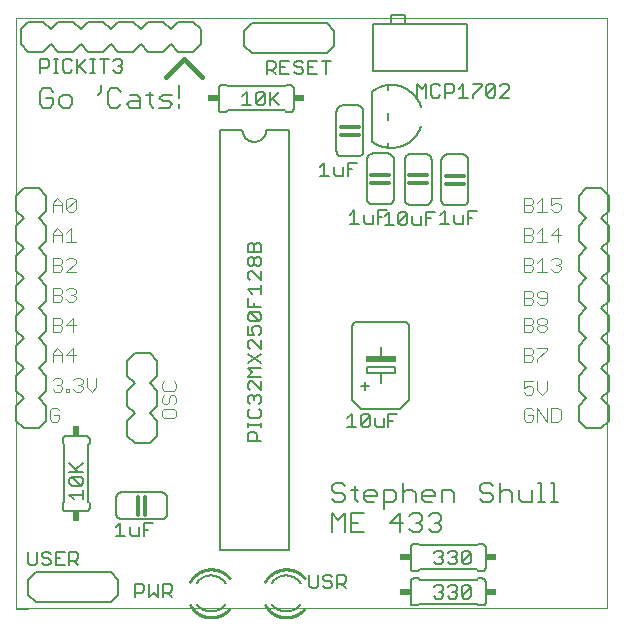
<source format=gto>
G75*
%MOIN*%
%OFA0B0*%
%FSLAX25Y25*%
%IPPOS*%
%LPD*%
%AMOC8*
5,1,8,0,0,1.08239X$1,22.5*
%
%ADD10C,0.00000*%
%ADD11C,0.00400*%
%ADD12C,0.01600*%
%ADD13C,0.00600*%
%ADD14C,0.00800*%
%ADD15C,0.01000*%
%ADD16C,0.00500*%
%ADD17R,0.03400X0.02400*%
%ADD18R,0.02400X0.03400*%
%ADD19C,0.01200*%
%ADD20R,0.10000X0.02000*%
D10*
X0011800Y0021550D02*
X0011867Y0021650D01*
X0011892Y0021650D02*
X0011892Y0021567D01*
X0011909Y0021550D01*
X0011942Y0021550D01*
X0011959Y0021567D01*
X0011959Y0021650D01*
X0012001Y0021617D02*
X0012051Y0021617D01*
X0012076Y0021600D02*
X0012093Y0021617D01*
X0012126Y0021617D01*
X0012143Y0021600D01*
X0012143Y0021583D01*
X0012076Y0021583D01*
X0012076Y0021567D02*
X0012076Y0021600D01*
X0012076Y0021567D02*
X0012093Y0021550D01*
X0012126Y0021550D01*
X0012168Y0021550D02*
X0012168Y0021617D01*
X0012168Y0021583D02*
X0012202Y0021617D01*
X0012218Y0021617D01*
X0012245Y0021600D02*
X0012262Y0021617D01*
X0012312Y0021617D01*
X0012295Y0021583D02*
X0012262Y0021583D01*
X0012245Y0021600D01*
X0012245Y0021550D02*
X0012295Y0021550D01*
X0012312Y0021567D01*
X0012295Y0021583D01*
X0012337Y0021550D02*
X0012404Y0021650D01*
X0012446Y0021617D02*
X0012496Y0021617D01*
X0012521Y0021617D02*
X0012555Y0021617D01*
X0012538Y0021633D02*
X0012538Y0021567D01*
X0012555Y0021550D01*
X0012583Y0021567D02*
X0012583Y0021600D01*
X0012599Y0021617D01*
X0012633Y0021617D01*
X0012649Y0021600D01*
X0012649Y0021583D01*
X0012583Y0021583D01*
X0012583Y0021567D02*
X0012599Y0021550D01*
X0012633Y0021550D01*
X0012675Y0021550D02*
X0012725Y0021550D01*
X0012741Y0021567D01*
X0012741Y0021600D01*
X0012725Y0021617D01*
X0012675Y0021617D01*
X0012675Y0021517D01*
X0012767Y0021550D02*
X0012767Y0021650D01*
X0012783Y0021617D02*
X0012817Y0021617D01*
X0012834Y0021600D01*
X0012834Y0021550D01*
X0012859Y0021567D02*
X0012859Y0021600D01*
X0012876Y0021617D01*
X0012909Y0021617D01*
X0012926Y0021600D01*
X0012926Y0021583D01*
X0012859Y0021583D01*
X0012859Y0021567D02*
X0012876Y0021550D01*
X0012909Y0021550D01*
X0012951Y0021550D02*
X0012951Y0021617D01*
X0013001Y0021617D01*
X0013018Y0021600D01*
X0013018Y0021550D01*
X0013043Y0021550D02*
X0013093Y0021550D01*
X0013110Y0021567D01*
X0013093Y0021583D01*
X0013060Y0021583D01*
X0013043Y0021600D01*
X0013060Y0021617D01*
X0013110Y0021617D01*
X0013135Y0021600D02*
X0013152Y0021617D01*
X0013185Y0021617D01*
X0013202Y0021600D01*
X0013202Y0021550D01*
X0013227Y0021567D02*
X0013244Y0021550D01*
X0013294Y0021550D01*
X0013294Y0021617D01*
X0013319Y0021650D02*
X0013336Y0021650D01*
X0013336Y0021550D01*
X0013319Y0021550D02*
X0013353Y0021550D01*
X0013381Y0021550D02*
X0013414Y0021550D01*
X0013397Y0021550D02*
X0013397Y0021650D01*
X0013381Y0021650D01*
X0013442Y0021550D02*
X0013509Y0021650D01*
X0013534Y0021650D02*
X0013584Y0021650D01*
X0013601Y0021633D01*
X0013601Y0021567D01*
X0013584Y0021550D01*
X0013534Y0021550D01*
X0013534Y0021650D01*
X0013626Y0021600D02*
X0013643Y0021617D01*
X0013676Y0021617D01*
X0013693Y0021600D01*
X0013693Y0021583D01*
X0013626Y0021583D01*
X0013626Y0021567D02*
X0013626Y0021600D01*
X0013626Y0021567D02*
X0013643Y0021550D01*
X0013676Y0021550D01*
X0013718Y0021550D02*
X0013768Y0021550D01*
X0013785Y0021567D01*
X0013768Y0021583D01*
X0013735Y0021583D01*
X0013718Y0021600D01*
X0013735Y0021617D01*
X0013785Y0021617D01*
X0013810Y0021650D02*
X0013810Y0021550D01*
X0013810Y0021583D02*
X0013860Y0021617D01*
X0013887Y0021617D02*
X0013920Y0021617D01*
X0013904Y0021633D02*
X0013904Y0021567D01*
X0013920Y0021550D01*
X0013948Y0021567D02*
X0013965Y0021550D01*
X0013998Y0021550D01*
X0014015Y0021567D01*
X0014015Y0021600D01*
X0013998Y0021617D01*
X0013965Y0021617D01*
X0013948Y0021600D01*
X0013948Y0021567D01*
X0013860Y0021550D02*
X0013810Y0021583D01*
X0014041Y0021550D02*
X0014091Y0021550D01*
X0014107Y0021567D01*
X0014107Y0021600D01*
X0014091Y0021617D01*
X0014041Y0021617D01*
X0014041Y0021517D01*
X0014133Y0021550D02*
X0014199Y0021650D01*
X0014225Y0021650D02*
X0014275Y0021650D01*
X0014291Y0021633D01*
X0014291Y0021617D01*
X0014275Y0021600D01*
X0014225Y0021600D01*
X0014275Y0021600D02*
X0014291Y0021583D01*
X0014291Y0021567D01*
X0014275Y0021550D01*
X0014225Y0021550D01*
X0014225Y0021650D01*
X0014317Y0021600D02*
X0014333Y0021617D01*
X0014367Y0021617D01*
X0014383Y0021600D01*
X0014383Y0021583D01*
X0014317Y0021583D01*
X0014317Y0021567D02*
X0014317Y0021600D01*
X0014317Y0021567D02*
X0014333Y0021550D01*
X0014367Y0021550D01*
X0014409Y0021567D02*
X0014425Y0021583D01*
X0014476Y0021583D01*
X0014476Y0021600D02*
X0014476Y0021550D01*
X0014425Y0021550D01*
X0014409Y0021567D01*
X0014425Y0021617D02*
X0014459Y0021617D01*
X0014476Y0021600D01*
X0014501Y0021617D02*
X0014534Y0021550D01*
X0014568Y0021617D01*
X0014593Y0021600D02*
X0014610Y0021617D01*
X0014643Y0021617D01*
X0014660Y0021600D01*
X0014660Y0021583D01*
X0014593Y0021583D01*
X0014593Y0021567D02*
X0014593Y0021600D01*
X0014593Y0021567D02*
X0014610Y0021550D01*
X0014643Y0021550D01*
X0014685Y0021550D02*
X0014685Y0021617D01*
X0014718Y0021617D02*
X0014735Y0021617D01*
X0014718Y0021617D02*
X0014685Y0021583D01*
X0014762Y0021600D02*
X0014828Y0021600D01*
X0014854Y0021567D02*
X0014871Y0021550D01*
X0014904Y0021550D01*
X0014921Y0021567D01*
X0014921Y0021633D01*
X0014904Y0021650D01*
X0014871Y0021650D01*
X0014854Y0021633D01*
X0014854Y0021567D01*
X0014946Y0021567D02*
X0014963Y0021550D01*
X0015013Y0021550D01*
X0015013Y0021617D01*
X0015038Y0021617D02*
X0015071Y0021617D01*
X0015055Y0021633D02*
X0015055Y0021567D01*
X0015071Y0021550D01*
X0015099Y0021550D02*
X0015133Y0021550D01*
X0015116Y0021550D02*
X0015116Y0021650D01*
X0015099Y0021650D01*
X0015161Y0021617D02*
X0015177Y0021617D01*
X0015177Y0021550D01*
X0015161Y0021550D02*
X0015194Y0021550D01*
X0015222Y0021550D02*
X0015222Y0021617D01*
X0015272Y0021617D01*
X0015289Y0021600D01*
X0015289Y0021550D01*
X0015314Y0021567D02*
X0015314Y0021600D01*
X0015331Y0021617D01*
X0015364Y0021617D01*
X0015381Y0021600D01*
X0015381Y0021583D01*
X0015314Y0021583D01*
X0015314Y0021567D02*
X0015331Y0021550D01*
X0015364Y0021550D01*
X0015406Y0021550D02*
X0015423Y0021550D01*
X0015423Y0021567D01*
X0015406Y0021567D01*
X0015406Y0021550D01*
X0015452Y0021550D02*
X0015502Y0021550D01*
X0015519Y0021567D01*
X0015519Y0021600D01*
X0015502Y0021617D01*
X0015452Y0021617D01*
X0015452Y0021650D02*
X0015452Y0021550D01*
X0015544Y0021550D02*
X0015544Y0021617D01*
X0015561Y0021617D01*
X0015578Y0021600D01*
X0015594Y0021617D01*
X0015611Y0021600D01*
X0015611Y0021550D01*
X0015636Y0021550D02*
X0015687Y0021550D01*
X0015703Y0021567D01*
X0015703Y0021600D01*
X0015687Y0021617D01*
X0015636Y0021617D01*
X0015636Y0021517D01*
X0015578Y0021550D02*
X0015578Y0021600D01*
X0015177Y0021650D02*
X0015177Y0021667D01*
X0014946Y0021617D02*
X0014946Y0021567D01*
X0013227Y0021617D02*
X0013227Y0021567D01*
X0013135Y0021550D02*
X0013135Y0021650D01*
X0012783Y0021617D02*
X0012767Y0021600D01*
X0012496Y0021567D02*
X0012479Y0021583D01*
X0012446Y0021583D01*
X0012429Y0021600D01*
X0012446Y0021617D01*
X0012429Y0021550D02*
X0012479Y0021550D01*
X0012496Y0021567D01*
X0012051Y0021567D02*
X0012034Y0021583D01*
X0012001Y0021583D01*
X0011984Y0021600D01*
X0012001Y0021617D01*
X0011984Y0021550D02*
X0012034Y0021550D01*
X0012051Y0021567D01*
X0011800Y0021800D02*
X0011800Y0218650D01*
X0208650Y0218650D01*
X0208650Y0021800D01*
X0011800Y0021800D01*
D11*
X0023767Y0084000D02*
X0025302Y0084000D01*
X0026069Y0084767D01*
X0026069Y0086302D01*
X0024535Y0086302D01*
X0026069Y0087837D02*
X0025302Y0088604D01*
X0023767Y0088604D01*
X0023000Y0087837D01*
X0023000Y0084767D01*
X0023767Y0084000D01*
X0024767Y0094000D02*
X0024000Y0094767D01*
X0024767Y0094000D02*
X0026302Y0094000D01*
X0027069Y0094767D01*
X0027069Y0095535D01*
X0026302Y0096302D01*
X0025535Y0096302D01*
X0026302Y0096302D02*
X0027069Y0097069D01*
X0027069Y0097837D01*
X0026302Y0098604D01*
X0024767Y0098604D01*
X0024000Y0097837D01*
X0028604Y0094767D02*
X0029371Y0094767D01*
X0029371Y0094000D01*
X0028604Y0094000D01*
X0028604Y0094767D01*
X0030906Y0094767D02*
X0031673Y0094000D01*
X0033208Y0094000D01*
X0033975Y0094767D01*
X0033975Y0095535D01*
X0033208Y0096302D01*
X0032441Y0096302D01*
X0033208Y0096302D02*
X0033975Y0097069D01*
X0033975Y0097837D01*
X0033208Y0098604D01*
X0031673Y0098604D01*
X0030906Y0097837D01*
X0035510Y0098604D02*
X0035510Y0095535D01*
X0037044Y0094000D01*
X0038579Y0095535D01*
X0038579Y0098604D01*
X0031673Y0106302D02*
X0028604Y0106302D01*
X0030906Y0108604D01*
X0030906Y0104000D01*
X0027069Y0104000D02*
X0027069Y0107069D01*
X0025535Y0108604D01*
X0024000Y0107069D01*
X0024000Y0104000D01*
X0024000Y0106302D02*
X0027069Y0106302D01*
X0026302Y0114000D02*
X0024000Y0114000D01*
X0024000Y0118604D01*
X0026302Y0118604D01*
X0027069Y0117837D01*
X0027069Y0117069D01*
X0026302Y0116302D01*
X0024000Y0116302D01*
X0026302Y0116302D02*
X0027069Y0115535D01*
X0027069Y0114767D01*
X0026302Y0114000D01*
X0028604Y0116302D02*
X0031673Y0116302D01*
X0030906Y0114000D02*
X0030906Y0118604D01*
X0028604Y0116302D01*
X0029371Y0124000D02*
X0028604Y0124767D01*
X0029371Y0124000D02*
X0030906Y0124000D01*
X0031673Y0124767D01*
X0031673Y0125535D01*
X0030906Y0126302D01*
X0030139Y0126302D01*
X0030906Y0126302D02*
X0031673Y0127069D01*
X0031673Y0127837D01*
X0030906Y0128604D01*
X0029371Y0128604D01*
X0028604Y0127837D01*
X0027069Y0127837D02*
X0027069Y0127069D01*
X0026302Y0126302D01*
X0024000Y0126302D01*
X0024000Y0124000D02*
X0024000Y0128604D01*
X0026302Y0128604D01*
X0027069Y0127837D01*
X0026302Y0126302D02*
X0027069Y0125535D01*
X0027069Y0124767D01*
X0026302Y0124000D01*
X0024000Y0124000D01*
X0024000Y0134000D02*
X0026302Y0134000D01*
X0027069Y0134767D01*
X0027069Y0135535D01*
X0026302Y0136302D01*
X0024000Y0136302D01*
X0024000Y0134000D02*
X0024000Y0138604D01*
X0026302Y0138604D01*
X0027069Y0137837D01*
X0027069Y0137069D01*
X0026302Y0136302D01*
X0028604Y0137837D02*
X0029371Y0138604D01*
X0030906Y0138604D01*
X0031673Y0137837D01*
X0031673Y0137069D01*
X0028604Y0134000D01*
X0031673Y0134000D01*
X0031673Y0144000D02*
X0028604Y0144000D01*
X0030139Y0144000D02*
X0030139Y0148604D01*
X0028604Y0147069D01*
X0027069Y0147069D02*
X0027069Y0144000D01*
X0027069Y0146302D02*
X0024000Y0146302D01*
X0024000Y0147069D02*
X0025535Y0148604D01*
X0027069Y0147069D01*
X0024000Y0147069D02*
X0024000Y0144000D01*
X0024000Y0154000D02*
X0024000Y0157069D01*
X0025535Y0158604D01*
X0027069Y0157069D01*
X0027069Y0154000D01*
X0028604Y0154767D02*
X0031673Y0157837D01*
X0031673Y0154767D01*
X0030906Y0154000D01*
X0029371Y0154000D01*
X0028604Y0154767D01*
X0028604Y0157837D01*
X0029371Y0158604D01*
X0030906Y0158604D01*
X0031673Y0157837D01*
X0027069Y0156302D02*
X0024000Y0156302D01*
X0061263Y0097465D02*
X0060496Y0096698D01*
X0060496Y0095163D01*
X0061263Y0094396D01*
X0064333Y0094396D01*
X0065100Y0095163D01*
X0065100Y0096698D01*
X0064333Y0097465D01*
X0064333Y0092861D02*
X0065100Y0092094D01*
X0065100Y0090559D01*
X0064333Y0089792D01*
X0064333Y0088257D02*
X0061263Y0088257D01*
X0060496Y0087490D01*
X0060496Y0085956D01*
X0061263Y0085188D01*
X0064333Y0085188D01*
X0065100Y0085956D01*
X0065100Y0087490D01*
X0064333Y0088257D01*
X0062031Y0089792D02*
X0062798Y0090559D01*
X0062798Y0092094D01*
X0063565Y0092861D01*
X0064333Y0092861D01*
X0061263Y0092861D02*
X0060496Y0092094D01*
X0060496Y0090559D01*
X0061263Y0089792D01*
X0062031Y0089792D01*
X0181000Y0087837D02*
X0181000Y0084767D01*
X0181767Y0084000D01*
X0183302Y0084000D01*
X0184069Y0084767D01*
X0184069Y0086302D01*
X0182535Y0086302D01*
X0184069Y0087837D02*
X0183302Y0088604D01*
X0181767Y0088604D01*
X0181000Y0087837D01*
X0181767Y0093000D02*
X0181000Y0093767D01*
X0181767Y0093000D02*
X0183302Y0093000D01*
X0184069Y0093767D01*
X0184069Y0095302D01*
X0183302Y0096069D01*
X0182535Y0096069D01*
X0181000Y0095302D01*
X0181000Y0097604D01*
X0184069Y0097604D01*
X0185604Y0097604D02*
X0185604Y0094535D01*
X0187139Y0093000D01*
X0188673Y0094535D01*
X0188673Y0097604D01*
X0185604Y0104000D02*
X0185604Y0104767D01*
X0188673Y0107837D01*
X0188673Y0108604D01*
X0185604Y0108604D01*
X0184069Y0107837D02*
X0184069Y0107069D01*
X0183302Y0106302D01*
X0181000Y0106302D01*
X0181000Y0104000D02*
X0181000Y0108604D01*
X0183302Y0108604D01*
X0184069Y0107837D01*
X0183302Y0106302D02*
X0184069Y0105535D01*
X0184069Y0104767D01*
X0183302Y0104000D01*
X0181000Y0104000D01*
X0181000Y0114000D02*
X0183302Y0114000D01*
X0184069Y0114767D01*
X0184069Y0115535D01*
X0183302Y0116302D01*
X0181000Y0116302D01*
X0181000Y0114000D02*
X0181000Y0118604D01*
X0183302Y0118604D01*
X0184069Y0117837D01*
X0184069Y0117069D01*
X0183302Y0116302D01*
X0185604Y0117069D02*
X0186371Y0116302D01*
X0187906Y0116302D01*
X0188673Y0115535D01*
X0188673Y0114767D01*
X0187906Y0114000D01*
X0186371Y0114000D01*
X0185604Y0114767D01*
X0185604Y0115535D01*
X0186371Y0116302D01*
X0185604Y0117069D02*
X0185604Y0117837D01*
X0186371Y0118604D01*
X0187906Y0118604D01*
X0188673Y0117837D01*
X0188673Y0117069D01*
X0187906Y0116302D01*
X0187906Y0123000D02*
X0186371Y0123000D01*
X0185604Y0123767D01*
X0184069Y0123767D02*
X0184069Y0124535D01*
X0183302Y0125302D01*
X0181000Y0125302D01*
X0181000Y0123000D02*
X0181000Y0127604D01*
X0183302Y0127604D01*
X0184069Y0126837D01*
X0184069Y0126069D01*
X0183302Y0125302D01*
X0184069Y0123767D02*
X0183302Y0123000D01*
X0181000Y0123000D01*
X0185604Y0126069D02*
X0186371Y0125302D01*
X0188673Y0125302D01*
X0188673Y0123767D02*
X0188673Y0126837D01*
X0187906Y0127604D01*
X0186371Y0127604D01*
X0185604Y0126837D01*
X0185604Y0126069D01*
X0187906Y0123000D02*
X0188673Y0123767D01*
X0188673Y0134000D02*
X0185604Y0134000D01*
X0187139Y0134000D02*
X0187139Y0138604D01*
X0185604Y0137069D01*
X0184069Y0137069D02*
X0184069Y0137837D01*
X0183302Y0138604D01*
X0181000Y0138604D01*
X0181000Y0134000D01*
X0183302Y0134000D01*
X0184069Y0134767D01*
X0184069Y0135535D01*
X0183302Y0136302D01*
X0181000Y0136302D01*
X0183302Y0136302D02*
X0184069Y0137069D01*
X0190208Y0137837D02*
X0190975Y0138604D01*
X0192510Y0138604D01*
X0193277Y0137837D01*
X0193277Y0137069D01*
X0192510Y0136302D01*
X0193277Y0135535D01*
X0193277Y0134767D01*
X0192510Y0134000D01*
X0190975Y0134000D01*
X0190208Y0134767D01*
X0191742Y0136302D02*
X0192510Y0136302D01*
X0192510Y0144000D02*
X0192510Y0148604D01*
X0190208Y0146302D01*
X0193277Y0146302D01*
X0188673Y0144000D02*
X0185604Y0144000D01*
X0187139Y0144000D02*
X0187139Y0148604D01*
X0185604Y0147069D01*
X0184069Y0147069D02*
X0184069Y0147837D01*
X0183302Y0148604D01*
X0181000Y0148604D01*
X0181000Y0144000D01*
X0183302Y0144000D01*
X0184069Y0144767D01*
X0184069Y0145535D01*
X0183302Y0146302D01*
X0181000Y0146302D01*
X0183302Y0146302D02*
X0184069Y0147069D01*
X0183302Y0154000D02*
X0181000Y0154000D01*
X0181000Y0158604D01*
X0183302Y0158604D01*
X0184069Y0157837D01*
X0184069Y0157069D01*
X0183302Y0156302D01*
X0181000Y0156302D01*
X0183302Y0156302D02*
X0184069Y0155535D01*
X0184069Y0154767D01*
X0183302Y0154000D01*
X0185604Y0154000D02*
X0188673Y0154000D01*
X0187139Y0154000D02*
X0187139Y0158604D01*
X0185604Y0157069D01*
X0190208Y0156302D02*
X0191742Y0157069D01*
X0192510Y0157069D01*
X0193277Y0156302D01*
X0193277Y0154767D01*
X0192510Y0154000D01*
X0190975Y0154000D01*
X0190208Y0154767D01*
X0190208Y0156302D02*
X0190208Y0158604D01*
X0193277Y0158604D01*
X0192510Y0088604D02*
X0190208Y0088604D01*
X0190208Y0084000D01*
X0192510Y0084000D01*
X0193277Y0084767D01*
X0193277Y0087837D01*
X0192510Y0088604D01*
X0188673Y0088604D02*
X0188673Y0084000D01*
X0185604Y0088604D01*
X0185604Y0084000D01*
D12*
X0073800Y0198800D02*
X0067800Y0204800D01*
X0061800Y0198800D01*
D13*
X0065993Y0196173D02*
X0065993Y0191903D01*
X0065993Y0189768D02*
X0065993Y0188700D01*
X0063818Y0189768D02*
X0062750Y0190835D01*
X0060615Y0190835D01*
X0059547Y0191903D01*
X0060615Y0192970D01*
X0063818Y0192970D01*
X0063818Y0189768D02*
X0062750Y0188700D01*
X0059547Y0188700D01*
X0057385Y0188700D02*
X0056318Y0189768D01*
X0056318Y0194038D01*
X0057385Y0192970D02*
X0055250Y0192970D01*
X0053075Y0191903D02*
X0053075Y0188700D01*
X0049872Y0188700D01*
X0048805Y0189768D01*
X0049872Y0190835D01*
X0053075Y0190835D01*
X0053075Y0191903D02*
X0052007Y0192970D01*
X0049872Y0192970D01*
X0046630Y0194038D02*
X0045562Y0195105D01*
X0043427Y0195105D01*
X0042359Y0194038D01*
X0042359Y0189768D01*
X0043427Y0188700D01*
X0045562Y0188700D01*
X0046630Y0189768D01*
X0040204Y0194038D02*
X0039136Y0192970D01*
X0040204Y0194038D02*
X0040204Y0196173D01*
X0030516Y0191903D02*
X0030516Y0189768D01*
X0029448Y0188700D01*
X0027313Y0188700D01*
X0026245Y0189768D01*
X0026245Y0191903D01*
X0027313Y0192970D01*
X0029448Y0192970D01*
X0030516Y0191903D01*
X0024070Y0191903D02*
X0024070Y0189768D01*
X0023003Y0188700D01*
X0020868Y0188700D01*
X0019800Y0189768D01*
X0019800Y0194038D01*
X0020868Y0195105D01*
X0023003Y0195105D01*
X0024070Y0194038D01*
X0024070Y0191903D02*
X0021935Y0191903D01*
X0079300Y0195300D02*
X0079300Y0188300D01*
X0079302Y0188240D01*
X0079307Y0188179D01*
X0079316Y0188120D01*
X0079329Y0188061D01*
X0079345Y0188002D01*
X0079365Y0187945D01*
X0079388Y0187890D01*
X0079415Y0187835D01*
X0079444Y0187783D01*
X0079477Y0187732D01*
X0079513Y0187683D01*
X0079551Y0187637D01*
X0079593Y0187593D01*
X0079637Y0187551D01*
X0079683Y0187513D01*
X0079732Y0187477D01*
X0079783Y0187444D01*
X0079835Y0187415D01*
X0079890Y0187388D01*
X0079945Y0187365D01*
X0080002Y0187345D01*
X0080061Y0187329D01*
X0080120Y0187316D01*
X0080179Y0187307D01*
X0080240Y0187302D01*
X0080300Y0187300D01*
X0081800Y0187300D01*
X0082300Y0187800D01*
X0101300Y0187800D01*
X0101800Y0187300D01*
X0103300Y0187300D01*
X0103360Y0187302D01*
X0103421Y0187307D01*
X0103480Y0187316D01*
X0103539Y0187329D01*
X0103598Y0187345D01*
X0103655Y0187365D01*
X0103710Y0187388D01*
X0103765Y0187415D01*
X0103817Y0187444D01*
X0103868Y0187477D01*
X0103917Y0187513D01*
X0103963Y0187551D01*
X0104007Y0187593D01*
X0104049Y0187637D01*
X0104087Y0187683D01*
X0104123Y0187732D01*
X0104156Y0187783D01*
X0104185Y0187835D01*
X0104212Y0187890D01*
X0104235Y0187945D01*
X0104255Y0188002D01*
X0104271Y0188061D01*
X0104284Y0188120D01*
X0104293Y0188179D01*
X0104298Y0188240D01*
X0104300Y0188300D01*
X0104300Y0195300D01*
X0104298Y0195360D01*
X0104293Y0195421D01*
X0104284Y0195480D01*
X0104271Y0195539D01*
X0104255Y0195598D01*
X0104235Y0195655D01*
X0104212Y0195710D01*
X0104185Y0195765D01*
X0104156Y0195817D01*
X0104123Y0195868D01*
X0104087Y0195917D01*
X0104049Y0195963D01*
X0104007Y0196007D01*
X0103963Y0196049D01*
X0103917Y0196087D01*
X0103868Y0196123D01*
X0103817Y0196156D01*
X0103765Y0196185D01*
X0103710Y0196212D01*
X0103655Y0196235D01*
X0103598Y0196255D01*
X0103539Y0196271D01*
X0103480Y0196284D01*
X0103421Y0196293D01*
X0103360Y0196298D01*
X0103300Y0196300D01*
X0101800Y0196300D01*
X0101300Y0195800D01*
X0082300Y0195800D01*
X0081800Y0196300D01*
X0080300Y0196300D01*
X0080240Y0196298D01*
X0080179Y0196293D01*
X0080120Y0196284D01*
X0080061Y0196271D01*
X0080002Y0196255D01*
X0079945Y0196235D01*
X0079890Y0196212D01*
X0079835Y0196185D01*
X0079783Y0196156D01*
X0079732Y0196123D01*
X0079683Y0196087D01*
X0079637Y0196049D01*
X0079593Y0196007D01*
X0079551Y0195963D01*
X0079513Y0195917D01*
X0079477Y0195868D01*
X0079444Y0195817D01*
X0079415Y0195765D01*
X0079388Y0195710D01*
X0079365Y0195655D01*
X0079345Y0195598D01*
X0079329Y0195539D01*
X0079316Y0195480D01*
X0079307Y0195421D01*
X0079302Y0195360D01*
X0079300Y0195300D01*
X0079729Y0181367D02*
X0087229Y0181367D01*
X0087231Y0181241D01*
X0087237Y0181116D01*
X0087247Y0180991D01*
X0087261Y0180866D01*
X0087278Y0180741D01*
X0087300Y0180617D01*
X0087325Y0180494D01*
X0087355Y0180372D01*
X0087388Y0180251D01*
X0087425Y0180131D01*
X0087465Y0180012D01*
X0087510Y0179895D01*
X0087558Y0179778D01*
X0087610Y0179664D01*
X0087665Y0179551D01*
X0087724Y0179440D01*
X0087786Y0179331D01*
X0087852Y0179224D01*
X0087921Y0179119D01*
X0087993Y0179016D01*
X0088068Y0178915D01*
X0088147Y0178817D01*
X0088229Y0178722D01*
X0088313Y0178629D01*
X0088401Y0178539D01*
X0088491Y0178451D01*
X0088584Y0178367D01*
X0088679Y0178285D01*
X0088777Y0178206D01*
X0088878Y0178131D01*
X0088981Y0178059D01*
X0089086Y0177990D01*
X0089193Y0177924D01*
X0089302Y0177862D01*
X0089413Y0177803D01*
X0089526Y0177748D01*
X0089640Y0177696D01*
X0089757Y0177648D01*
X0089874Y0177603D01*
X0089993Y0177563D01*
X0090113Y0177526D01*
X0090234Y0177493D01*
X0090356Y0177463D01*
X0090479Y0177438D01*
X0090603Y0177416D01*
X0090728Y0177399D01*
X0090853Y0177385D01*
X0090978Y0177375D01*
X0091103Y0177369D01*
X0091229Y0177367D01*
X0091355Y0177369D01*
X0091480Y0177375D01*
X0091605Y0177385D01*
X0091730Y0177399D01*
X0091855Y0177416D01*
X0091979Y0177438D01*
X0092102Y0177463D01*
X0092224Y0177493D01*
X0092345Y0177526D01*
X0092465Y0177563D01*
X0092584Y0177603D01*
X0092701Y0177648D01*
X0092818Y0177696D01*
X0092932Y0177748D01*
X0093045Y0177803D01*
X0093156Y0177862D01*
X0093265Y0177924D01*
X0093372Y0177990D01*
X0093477Y0178059D01*
X0093580Y0178131D01*
X0093681Y0178206D01*
X0093779Y0178285D01*
X0093874Y0178367D01*
X0093967Y0178451D01*
X0094057Y0178539D01*
X0094145Y0178629D01*
X0094229Y0178722D01*
X0094311Y0178817D01*
X0094390Y0178915D01*
X0094465Y0179016D01*
X0094537Y0179119D01*
X0094606Y0179224D01*
X0094672Y0179331D01*
X0094734Y0179440D01*
X0094793Y0179551D01*
X0094848Y0179664D01*
X0094900Y0179778D01*
X0094948Y0179895D01*
X0094993Y0180012D01*
X0095033Y0180131D01*
X0095070Y0180251D01*
X0095103Y0180372D01*
X0095133Y0180494D01*
X0095158Y0180617D01*
X0095180Y0180741D01*
X0095197Y0180866D01*
X0095211Y0180991D01*
X0095221Y0181116D01*
X0095227Y0181241D01*
X0095229Y0181367D01*
X0102729Y0181367D01*
X0102729Y0041367D01*
X0079729Y0041367D01*
X0079729Y0181367D01*
X0118595Y0187450D02*
X0118595Y0174450D01*
X0118597Y0174363D01*
X0118603Y0174276D01*
X0118612Y0174189D01*
X0118625Y0174103D01*
X0118642Y0174017D01*
X0118663Y0173932D01*
X0118688Y0173849D01*
X0118716Y0173766D01*
X0118747Y0173685D01*
X0118782Y0173605D01*
X0118821Y0173527D01*
X0118863Y0173450D01*
X0118908Y0173375D01*
X0118957Y0173303D01*
X0119008Y0173232D01*
X0119063Y0173164D01*
X0119120Y0173099D01*
X0119181Y0173036D01*
X0119244Y0172975D01*
X0119309Y0172918D01*
X0119377Y0172863D01*
X0119448Y0172812D01*
X0119520Y0172763D01*
X0119595Y0172718D01*
X0119672Y0172676D01*
X0119750Y0172637D01*
X0119830Y0172602D01*
X0119911Y0172571D01*
X0119994Y0172543D01*
X0120077Y0172518D01*
X0120162Y0172497D01*
X0120248Y0172480D01*
X0120334Y0172467D01*
X0120421Y0172458D01*
X0120508Y0172452D01*
X0120595Y0172450D01*
X0125595Y0172450D01*
X0125682Y0172452D01*
X0125769Y0172458D01*
X0125856Y0172467D01*
X0125942Y0172480D01*
X0126028Y0172497D01*
X0126113Y0172518D01*
X0126196Y0172543D01*
X0126279Y0172571D01*
X0126360Y0172602D01*
X0126440Y0172637D01*
X0126518Y0172676D01*
X0126595Y0172718D01*
X0126670Y0172763D01*
X0126742Y0172812D01*
X0126813Y0172863D01*
X0126881Y0172918D01*
X0126946Y0172975D01*
X0127009Y0173036D01*
X0127070Y0173099D01*
X0127127Y0173164D01*
X0127182Y0173232D01*
X0127233Y0173303D01*
X0127282Y0173375D01*
X0127327Y0173450D01*
X0127369Y0173527D01*
X0127408Y0173605D01*
X0127443Y0173685D01*
X0127474Y0173766D01*
X0127502Y0173849D01*
X0127527Y0173932D01*
X0127548Y0174017D01*
X0127565Y0174103D01*
X0127578Y0174189D01*
X0127587Y0174276D01*
X0127593Y0174363D01*
X0127595Y0174450D01*
X0127595Y0187450D01*
X0127593Y0187537D01*
X0127587Y0187624D01*
X0127578Y0187711D01*
X0127565Y0187797D01*
X0127548Y0187883D01*
X0127527Y0187968D01*
X0127502Y0188051D01*
X0127474Y0188134D01*
X0127443Y0188215D01*
X0127408Y0188295D01*
X0127369Y0188373D01*
X0127327Y0188450D01*
X0127282Y0188525D01*
X0127233Y0188597D01*
X0127182Y0188668D01*
X0127127Y0188736D01*
X0127070Y0188801D01*
X0127009Y0188864D01*
X0126946Y0188925D01*
X0126881Y0188982D01*
X0126813Y0189037D01*
X0126742Y0189088D01*
X0126670Y0189137D01*
X0126595Y0189182D01*
X0126518Y0189224D01*
X0126440Y0189263D01*
X0126360Y0189298D01*
X0126279Y0189329D01*
X0126196Y0189357D01*
X0126113Y0189382D01*
X0126028Y0189403D01*
X0125942Y0189420D01*
X0125856Y0189433D01*
X0125769Y0189442D01*
X0125682Y0189448D01*
X0125595Y0189450D01*
X0120595Y0189450D01*
X0120508Y0189448D01*
X0120421Y0189442D01*
X0120334Y0189433D01*
X0120248Y0189420D01*
X0120162Y0189403D01*
X0120077Y0189382D01*
X0119994Y0189357D01*
X0119911Y0189329D01*
X0119830Y0189298D01*
X0119750Y0189263D01*
X0119672Y0189224D01*
X0119595Y0189182D01*
X0119520Y0189137D01*
X0119448Y0189088D01*
X0119377Y0189037D01*
X0119309Y0188982D01*
X0119244Y0188925D01*
X0119181Y0188864D01*
X0119120Y0188801D01*
X0119063Y0188736D01*
X0119008Y0188668D01*
X0118957Y0188597D01*
X0118908Y0188525D01*
X0118863Y0188450D01*
X0118821Y0188373D01*
X0118782Y0188295D01*
X0118747Y0188215D01*
X0118716Y0188134D01*
X0118688Y0188051D01*
X0118663Y0187968D01*
X0118642Y0187883D01*
X0118625Y0187797D01*
X0118612Y0187711D01*
X0118603Y0187624D01*
X0118597Y0187537D01*
X0118595Y0187450D01*
X0130733Y0173450D02*
X0135733Y0173450D01*
X0135820Y0173448D01*
X0135907Y0173442D01*
X0135994Y0173433D01*
X0136080Y0173420D01*
X0136166Y0173403D01*
X0136251Y0173382D01*
X0136334Y0173357D01*
X0136417Y0173329D01*
X0136498Y0173298D01*
X0136578Y0173263D01*
X0136656Y0173224D01*
X0136733Y0173182D01*
X0136808Y0173137D01*
X0136880Y0173088D01*
X0136951Y0173037D01*
X0137019Y0172982D01*
X0137084Y0172925D01*
X0137147Y0172864D01*
X0137208Y0172801D01*
X0137265Y0172736D01*
X0137320Y0172668D01*
X0137371Y0172597D01*
X0137420Y0172525D01*
X0137465Y0172450D01*
X0137507Y0172373D01*
X0137546Y0172295D01*
X0137581Y0172215D01*
X0137612Y0172134D01*
X0137640Y0172051D01*
X0137665Y0171968D01*
X0137686Y0171883D01*
X0137703Y0171797D01*
X0137716Y0171711D01*
X0137725Y0171624D01*
X0137731Y0171537D01*
X0137733Y0171450D01*
X0137733Y0158450D01*
X0137731Y0158363D01*
X0137725Y0158276D01*
X0137716Y0158189D01*
X0137703Y0158103D01*
X0137686Y0158017D01*
X0137665Y0157932D01*
X0137640Y0157849D01*
X0137612Y0157766D01*
X0137581Y0157685D01*
X0137546Y0157605D01*
X0137507Y0157527D01*
X0137465Y0157450D01*
X0137420Y0157375D01*
X0137371Y0157303D01*
X0137320Y0157232D01*
X0137265Y0157164D01*
X0137208Y0157099D01*
X0137147Y0157036D01*
X0137084Y0156975D01*
X0137019Y0156918D01*
X0136951Y0156863D01*
X0136880Y0156812D01*
X0136808Y0156763D01*
X0136733Y0156718D01*
X0136656Y0156676D01*
X0136578Y0156637D01*
X0136498Y0156602D01*
X0136417Y0156571D01*
X0136334Y0156543D01*
X0136251Y0156518D01*
X0136166Y0156497D01*
X0136080Y0156480D01*
X0135994Y0156467D01*
X0135907Y0156458D01*
X0135820Y0156452D01*
X0135733Y0156450D01*
X0130733Y0156450D01*
X0130646Y0156452D01*
X0130559Y0156458D01*
X0130472Y0156467D01*
X0130386Y0156480D01*
X0130300Y0156497D01*
X0130215Y0156518D01*
X0130132Y0156543D01*
X0130049Y0156571D01*
X0129968Y0156602D01*
X0129888Y0156637D01*
X0129810Y0156676D01*
X0129733Y0156718D01*
X0129658Y0156763D01*
X0129586Y0156812D01*
X0129515Y0156863D01*
X0129447Y0156918D01*
X0129382Y0156975D01*
X0129319Y0157036D01*
X0129258Y0157099D01*
X0129201Y0157164D01*
X0129146Y0157232D01*
X0129095Y0157303D01*
X0129046Y0157375D01*
X0129001Y0157450D01*
X0128959Y0157527D01*
X0128920Y0157605D01*
X0128885Y0157685D01*
X0128854Y0157766D01*
X0128826Y0157849D01*
X0128801Y0157932D01*
X0128780Y0158017D01*
X0128763Y0158103D01*
X0128750Y0158189D01*
X0128741Y0158276D01*
X0128735Y0158363D01*
X0128733Y0158450D01*
X0128733Y0171450D01*
X0128735Y0171537D01*
X0128741Y0171624D01*
X0128750Y0171711D01*
X0128763Y0171797D01*
X0128780Y0171883D01*
X0128801Y0171968D01*
X0128826Y0172051D01*
X0128854Y0172134D01*
X0128885Y0172215D01*
X0128920Y0172295D01*
X0128959Y0172373D01*
X0129001Y0172450D01*
X0129046Y0172525D01*
X0129095Y0172597D01*
X0129146Y0172668D01*
X0129201Y0172736D01*
X0129258Y0172801D01*
X0129319Y0172864D01*
X0129382Y0172925D01*
X0129447Y0172982D01*
X0129515Y0173037D01*
X0129586Y0173088D01*
X0129658Y0173137D01*
X0129733Y0173182D01*
X0129810Y0173224D01*
X0129888Y0173263D01*
X0129968Y0173298D01*
X0130049Y0173329D01*
X0130132Y0173357D01*
X0130215Y0173382D01*
X0130300Y0173403D01*
X0130386Y0173420D01*
X0130472Y0173433D01*
X0130559Y0173442D01*
X0130646Y0173448D01*
X0130733Y0173450D01*
X0141300Y0171300D02*
X0141300Y0158300D01*
X0141302Y0158213D01*
X0141308Y0158126D01*
X0141317Y0158039D01*
X0141330Y0157953D01*
X0141347Y0157867D01*
X0141368Y0157782D01*
X0141393Y0157699D01*
X0141421Y0157616D01*
X0141452Y0157535D01*
X0141487Y0157455D01*
X0141526Y0157377D01*
X0141568Y0157300D01*
X0141613Y0157225D01*
X0141662Y0157153D01*
X0141713Y0157082D01*
X0141768Y0157014D01*
X0141825Y0156949D01*
X0141886Y0156886D01*
X0141949Y0156825D01*
X0142014Y0156768D01*
X0142082Y0156713D01*
X0142153Y0156662D01*
X0142225Y0156613D01*
X0142300Y0156568D01*
X0142377Y0156526D01*
X0142455Y0156487D01*
X0142535Y0156452D01*
X0142616Y0156421D01*
X0142699Y0156393D01*
X0142782Y0156368D01*
X0142867Y0156347D01*
X0142953Y0156330D01*
X0143039Y0156317D01*
X0143126Y0156308D01*
X0143213Y0156302D01*
X0143300Y0156300D01*
X0148300Y0156300D01*
X0148387Y0156302D01*
X0148474Y0156308D01*
X0148561Y0156317D01*
X0148647Y0156330D01*
X0148733Y0156347D01*
X0148818Y0156368D01*
X0148901Y0156393D01*
X0148984Y0156421D01*
X0149065Y0156452D01*
X0149145Y0156487D01*
X0149223Y0156526D01*
X0149300Y0156568D01*
X0149375Y0156613D01*
X0149447Y0156662D01*
X0149518Y0156713D01*
X0149586Y0156768D01*
X0149651Y0156825D01*
X0149714Y0156886D01*
X0149775Y0156949D01*
X0149832Y0157014D01*
X0149887Y0157082D01*
X0149938Y0157153D01*
X0149987Y0157225D01*
X0150032Y0157300D01*
X0150074Y0157377D01*
X0150113Y0157455D01*
X0150148Y0157535D01*
X0150179Y0157616D01*
X0150207Y0157699D01*
X0150232Y0157782D01*
X0150253Y0157867D01*
X0150270Y0157953D01*
X0150283Y0158039D01*
X0150292Y0158126D01*
X0150298Y0158213D01*
X0150300Y0158300D01*
X0150300Y0171300D01*
X0150298Y0171387D01*
X0150292Y0171474D01*
X0150283Y0171561D01*
X0150270Y0171647D01*
X0150253Y0171733D01*
X0150232Y0171818D01*
X0150207Y0171901D01*
X0150179Y0171984D01*
X0150148Y0172065D01*
X0150113Y0172145D01*
X0150074Y0172223D01*
X0150032Y0172300D01*
X0149987Y0172375D01*
X0149938Y0172447D01*
X0149887Y0172518D01*
X0149832Y0172586D01*
X0149775Y0172651D01*
X0149714Y0172714D01*
X0149651Y0172775D01*
X0149586Y0172832D01*
X0149518Y0172887D01*
X0149447Y0172938D01*
X0149375Y0172987D01*
X0149300Y0173032D01*
X0149223Y0173074D01*
X0149145Y0173113D01*
X0149065Y0173148D01*
X0148984Y0173179D01*
X0148901Y0173207D01*
X0148818Y0173232D01*
X0148733Y0173253D01*
X0148647Y0173270D01*
X0148561Y0173283D01*
X0148474Y0173292D01*
X0148387Y0173298D01*
X0148300Y0173300D01*
X0143300Y0173300D01*
X0143213Y0173298D01*
X0143126Y0173292D01*
X0143039Y0173283D01*
X0142953Y0173270D01*
X0142867Y0173253D01*
X0142782Y0173232D01*
X0142699Y0173207D01*
X0142616Y0173179D01*
X0142535Y0173148D01*
X0142455Y0173113D01*
X0142377Y0173074D01*
X0142300Y0173032D01*
X0142225Y0172987D01*
X0142153Y0172938D01*
X0142082Y0172887D01*
X0142014Y0172832D01*
X0141949Y0172775D01*
X0141886Y0172714D01*
X0141825Y0172651D01*
X0141768Y0172586D01*
X0141713Y0172518D01*
X0141662Y0172447D01*
X0141613Y0172375D01*
X0141568Y0172300D01*
X0141526Y0172223D01*
X0141487Y0172145D01*
X0141452Y0172065D01*
X0141421Y0171984D01*
X0141393Y0171901D01*
X0141368Y0171818D01*
X0141347Y0171733D01*
X0141330Y0171647D01*
X0141317Y0171561D01*
X0141308Y0171474D01*
X0141302Y0171387D01*
X0141300Y0171300D01*
X0153552Y0171150D02*
X0153552Y0158150D01*
X0153554Y0158063D01*
X0153560Y0157976D01*
X0153569Y0157889D01*
X0153582Y0157803D01*
X0153599Y0157717D01*
X0153620Y0157632D01*
X0153645Y0157549D01*
X0153673Y0157466D01*
X0153704Y0157385D01*
X0153739Y0157305D01*
X0153778Y0157227D01*
X0153820Y0157150D01*
X0153865Y0157075D01*
X0153914Y0157003D01*
X0153965Y0156932D01*
X0154020Y0156864D01*
X0154077Y0156799D01*
X0154138Y0156736D01*
X0154201Y0156675D01*
X0154266Y0156618D01*
X0154334Y0156563D01*
X0154405Y0156512D01*
X0154477Y0156463D01*
X0154552Y0156418D01*
X0154629Y0156376D01*
X0154707Y0156337D01*
X0154787Y0156302D01*
X0154868Y0156271D01*
X0154951Y0156243D01*
X0155034Y0156218D01*
X0155119Y0156197D01*
X0155205Y0156180D01*
X0155291Y0156167D01*
X0155378Y0156158D01*
X0155465Y0156152D01*
X0155552Y0156150D01*
X0160552Y0156150D01*
X0160639Y0156152D01*
X0160726Y0156158D01*
X0160813Y0156167D01*
X0160899Y0156180D01*
X0160985Y0156197D01*
X0161070Y0156218D01*
X0161153Y0156243D01*
X0161236Y0156271D01*
X0161317Y0156302D01*
X0161397Y0156337D01*
X0161475Y0156376D01*
X0161552Y0156418D01*
X0161627Y0156463D01*
X0161699Y0156512D01*
X0161770Y0156563D01*
X0161838Y0156618D01*
X0161903Y0156675D01*
X0161966Y0156736D01*
X0162027Y0156799D01*
X0162084Y0156864D01*
X0162139Y0156932D01*
X0162190Y0157003D01*
X0162239Y0157075D01*
X0162284Y0157150D01*
X0162326Y0157227D01*
X0162365Y0157305D01*
X0162400Y0157385D01*
X0162431Y0157466D01*
X0162459Y0157549D01*
X0162484Y0157632D01*
X0162505Y0157717D01*
X0162522Y0157803D01*
X0162535Y0157889D01*
X0162544Y0157976D01*
X0162550Y0158063D01*
X0162552Y0158150D01*
X0162552Y0171150D01*
X0162550Y0171237D01*
X0162544Y0171324D01*
X0162535Y0171411D01*
X0162522Y0171497D01*
X0162505Y0171583D01*
X0162484Y0171668D01*
X0162459Y0171751D01*
X0162431Y0171834D01*
X0162400Y0171915D01*
X0162365Y0171995D01*
X0162326Y0172073D01*
X0162284Y0172150D01*
X0162239Y0172225D01*
X0162190Y0172297D01*
X0162139Y0172368D01*
X0162084Y0172436D01*
X0162027Y0172501D01*
X0161966Y0172564D01*
X0161903Y0172625D01*
X0161838Y0172682D01*
X0161770Y0172737D01*
X0161699Y0172788D01*
X0161627Y0172837D01*
X0161552Y0172882D01*
X0161475Y0172924D01*
X0161397Y0172963D01*
X0161317Y0172998D01*
X0161236Y0173029D01*
X0161153Y0173057D01*
X0161070Y0173082D01*
X0160985Y0173103D01*
X0160899Y0173120D01*
X0160813Y0173133D01*
X0160726Y0173142D01*
X0160639Y0173148D01*
X0160552Y0173150D01*
X0155552Y0173150D01*
X0155465Y0173148D01*
X0155378Y0173142D01*
X0155291Y0173133D01*
X0155205Y0173120D01*
X0155119Y0173103D01*
X0155034Y0173082D01*
X0154951Y0173057D01*
X0154868Y0173029D01*
X0154787Y0172998D01*
X0154707Y0172963D01*
X0154629Y0172924D01*
X0154552Y0172882D01*
X0154477Y0172837D01*
X0154405Y0172788D01*
X0154334Y0172737D01*
X0154266Y0172682D01*
X0154201Y0172625D01*
X0154138Y0172564D01*
X0154077Y0172501D01*
X0154020Y0172436D01*
X0153965Y0172368D01*
X0153914Y0172297D01*
X0153865Y0172225D01*
X0153820Y0172150D01*
X0153778Y0172073D01*
X0153739Y0171995D01*
X0153704Y0171915D01*
X0153673Y0171834D01*
X0153645Y0171751D01*
X0153620Y0171668D01*
X0153599Y0171583D01*
X0153582Y0171497D01*
X0153569Y0171411D01*
X0153560Y0171324D01*
X0153554Y0171237D01*
X0153552Y0171150D01*
X0141414Y0117324D02*
X0125414Y0117324D01*
X0125338Y0117322D01*
X0125262Y0117316D01*
X0125187Y0117307D01*
X0125112Y0117293D01*
X0125038Y0117276D01*
X0124965Y0117255D01*
X0124893Y0117231D01*
X0124822Y0117202D01*
X0124753Y0117171D01*
X0124686Y0117136D01*
X0124621Y0117097D01*
X0124557Y0117055D01*
X0124496Y0117010D01*
X0124437Y0116962D01*
X0124381Y0116911D01*
X0124327Y0116857D01*
X0124276Y0116801D01*
X0124228Y0116742D01*
X0124183Y0116681D01*
X0124141Y0116617D01*
X0124102Y0116552D01*
X0124067Y0116485D01*
X0124036Y0116416D01*
X0124007Y0116345D01*
X0123983Y0116273D01*
X0123962Y0116200D01*
X0123945Y0116126D01*
X0123931Y0116051D01*
X0123922Y0115976D01*
X0123916Y0115900D01*
X0123914Y0115824D01*
X0123914Y0091324D01*
X0126914Y0088324D01*
X0139914Y0088324D01*
X0142914Y0091324D01*
X0142914Y0115824D01*
X0142912Y0115900D01*
X0142906Y0115976D01*
X0142897Y0116051D01*
X0142883Y0116126D01*
X0142866Y0116200D01*
X0142845Y0116273D01*
X0142821Y0116345D01*
X0142792Y0116416D01*
X0142761Y0116485D01*
X0142726Y0116552D01*
X0142687Y0116617D01*
X0142645Y0116681D01*
X0142600Y0116742D01*
X0142552Y0116801D01*
X0142501Y0116857D01*
X0142447Y0116911D01*
X0142391Y0116962D01*
X0142332Y0117010D01*
X0142271Y0117055D01*
X0142207Y0117097D01*
X0142142Y0117136D01*
X0142075Y0117171D01*
X0142006Y0117202D01*
X0141935Y0117231D01*
X0141863Y0117255D01*
X0141790Y0117276D01*
X0141716Y0117293D01*
X0141641Y0117307D01*
X0141566Y0117316D01*
X0141490Y0117322D01*
X0141414Y0117324D01*
X0133414Y0108824D02*
X0133414Y0105324D01*
X0128614Y0102324D02*
X0128614Y0100324D01*
X0133414Y0100324D01*
X0138214Y0100324D01*
X0138214Y0102324D01*
X0128614Y0102324D01*
X0133414Y0100324D02*
X0133414Y0096824D01*
X0129314Y0095824D02*
X0126814Y0095824D01*
X0128014Y0097124D02*
X0128014Y0094524D01*
X0120303Y0063505D02*
X0118168Y0063505D01*
X0117100Y0062438D01*
X0117100Y0061370D01*
X0118168Y0060303D01*
X0120303Y0060303D01*
X0121370Y0059235D01*
X0121370Y0058168D01*
X0120303Y0057100D01*
X0118168Y0057100D01*
X0117100Y0058168D01*
X0117100Y0053505D02*
X0119235Y0051370D01*
X0121370Y0053505D01*
X0121370Y0047100D01*
X0123545Y0047100D02*
X0127816Y0047100D01*
X0125681Y0050303D02*
X0123545Y0050303D01*
X0123545Y0053505D02*
X0123545Y0047100D01*
X0123545Y0053505D02*
X0127816Y0053505D01*
X0128910Y0057100D02*
X0127842Y0058168D01*
X0127842Y0060303D01*
X0128910Y0061370D01*
X0131045Y0061370D01*
X0132113Y0060303D01*
X0132113Y0059235D01*
X0127842Y0059235D01*
X0128910Y0057100D02*
X0131045Y0057100D01*
X0134288Y0057100D02*
X0137491Y0057100D01*
X0138558Y0058168D01*
X0138558Y0060303D01*
X0137491Y0061370D01*
X0134288Y0061370D01*
X0134288Y0054965D01*
X0136436Y0050303D02*
X0140707Y0050303D01*
X0142882Y0052438D02*
X0143950Y0053505D01*
X0146085Y0053505D01*
X0147152Y0052438D01*
X0147152Y0051370D01*
X0146085Y0050303D01*
X0147152Y0049235D01*
X0147152Y0048168D01*
X0146085Y0047100D01*
X0143950Y0047100D01*
X0142882Y0048168D01*
X0145017Y0050303D02*
X0146085Y0050303D01*
X0149327Y0052438D02*
X0150395Y0053505D01*
X0152530Y0053505D01*
X0153598Y0052438D01*
X0153598Y0051370D01*
X0152530Y0050303D01*
X0153598Y0049235D01*
X0153598Y0048168D01*
X0152530Y0047100D01*
X0150395Y0047100D01*
X0149327Y0048168D01*
X0151463Y0050303D02*
X0152530Y0050303D01*
X0153624Y0057100D02*
X0153624Y0061370D01*
X0156827Y0061370D01*
X0157895Y0060303D01*
X0157895Y0057100D01*
X0151449Y0059235D02*
X0147179Y0059235D01*
X0147179Y0058168D02*
X0147179Y0060303D01*
X0148247Y0061370D01*
X0150382Y0061370D01*
X0151449Y0060303D01*
X0151449Y0059235D01*
X0150382Y0057100D02*
X0148247Y0057100D01*
X0147179Y0058168D01*
X0145004Y0057100D02*
X0145004Y0060303D01*
X0143936Y0061370D01*
X0141801Y0061370D01*
X0140733Y0060303D01*
X0140733Y0063505D02*
X0140733Y0057100D01*
X0139639Y0053505D02*
X0136436Y0050303D01*
X0139639Y0047100D02*
X0139639Y0053505D01*
X0144300Y0043300D02*
X0145800Y0043300D01*
X0146300Y0042800D01*
X0165300Y0042800D01*
X0165800Y0043300D01*
X0167300Y0043300D01*
X0167360Y0043298D01*
X0167421Y0043293D01*
X0167480Y0043284D01*
X0167539Y0043271D01*
X0167598Y0043255D01*
X0167655Y0043235D01*
X0167710Y0043212D01*
X0167765Y0043185D01*
X0167817Y0043156D01*
X0167868Y0043123D01*
X0167917Y0043087D01*
X0167963Y0043049D01*
X0168007Y0043007D01*
X0168049Y0042963D01*
X0168087Y0042917D01*
X0168123Y0042868D01*
X0168156Y0042817D01*
X0168185Y0042765D01*
X0168212Y0042710D01*
X0168235Y0042655D01*
X0168255Y0042598D01*
X0168271Y0042539D01*
X0168284Y0042480D01*
X0168293Y0042421D01*
X0168298Y0042360D01*
X0168300Y0042300D01*
X0168300Y0035300D01*
X0168298Y0035240D01*
X0168293Y0035179D01*
X0168284Y0035120D01*
X0168271Y0035061D01*
X0168255Y0035002D01*
X0168235Y0034945D01*
X0168212Y0034890D01*
X0168185Y0034835D01*
X0168156Y0034783D01*
X0168123Y0034732D01*
X0168087Y0034683D01*
X0168049Y0034637D01*
X0168007Y0034593D01*
X0167963Y0034551D01*
X0167917Y0034513D01*
X0167868Y0034477D01*
X0167817Y0034444D01*
X0167765Y0034415D01*
X0167710Y0034388D01*
X0167655Y0034365D01*
X0167598Y0034345D01*
X0167539Y0034329D01*
X0167480Y0034316D01*
X0167421Y0034307D01*
X0167360Y0034302D01*
X0167300Y0034300D01*
X0165800Y0034300D01*
X0165300Y0034800D01*
X0146300Y0034800D01*
X0145800Y0034300D01*
X0144300Y0034300D01*
X0144240Y0034302D01*
X0144179Y0034307D01*
X0144120Y0034316D01*
X0144061Y0034329D01*
X0144002Y0034345D01*
X0143945Y0034365D01*
X0143890Y0034388D01*
X0143835Y0034415D01*
X0143783Y0034444D01*
X0143732Y0034477D01*
X0143683Y0034513D01*
X0143637Y0034551D01*
X0143593Y0034593D01*
X0143551Y0034637D01*
X0143513Y0034683D01*
X0143477Y0034732D01*
X0143444Y0034783D01*
X0143415Y0034835D01*
X0143388Y0034890D01*
X0143365Y0034945D01*
X0143345Y0035002D01*
X0143329Y0035061D01*
X0143316Y0035120D01*
X0143307Y0035179D01*
X0143302Y0035240D01*
X0143300Y0035300D01*
X0143300Y0042300D01*
X0143302Y0042360D01*
X0143307Y0042421D01*
X0143316Y0042480D01*
X0143329Y0042539D01*
X0143345Y0042598D01*
X0143365Y0042655D01*
X0143388Y0042710D01*
X0143415Y0042765D01*
X0143444Y0042817D01*
X0143477Y0042868D01*
X0143513Y0042917D01*
X0143551Y0042963D01*
X0143593Y0043007D01*
X0143637Y0043049D01*
X0143683Y0043087D01*
X0143732Y0043123D01*
X0143783Y0043156D01*
X0143835Y0043185D01*
X0143890Y0043212D01*
X0143945Y0043235D01*
X0144002Y0043255D01*
X0144061Y0043271D01*
X0144120Y0043284D01*
X0144179Y0043293D01*
X0144240Y0043298D01*
X0144300Y0043300D01*
X0144300Y0031800D02*
X0145800Y0031800D01*
X0146300Y0031300D01*
X0165300Y0031300D01*
X0165800Y0031800D01*
X0167300Y0031800D01*
X0167360Y0031798D01*
X0167421Y0031793D01*
X0167480Y0031784D01*
X0167539Y0031771D01*
X0167598Y0031755D01*
X0167655Y0031735D01*
X0167710Y0031712D01*
X0167765Y0031685D01*
X0167817Y0031656D01*
X0167868Y0031623D01*
X0167917Y0031587D01*
X0167963Y0031549D01*
X0168007Y0031507D01*
X0168049Y0031463D01*
X0168087Y0031417D01*
X0168123Y0031368D01*
X0168156Y0031317D01*
X0168185Y0031265D01*
X0168212Y0031210D01*
X0168235Y0031155D01*
X0168255Y0031098D01*
X0168271Y0031039D01*
X0168284Y0030980D01*
X0168293Y0030921D01*
X0168298Y0030860D01*
X0168300Y0030800D01*
X0168300Y0023800D01*
X0168298Y0023740D01*
X0168293Y0023679D01*
X0168284Y0023620D01*
X0168271Y0023561D01*
X0168255Y0023502D01*
X0168235Y0023445D01*
X0168212Y0023390D01*
X0168185Y0023335D01*
X0168156Y0023283D01*
X0168123Y0023232D01*
X0168087Y0023183D01*
X0168049Y0023137D01*
X0168007Y0023093D01*
X0167963Y0023051D01*
X0167917Y0023013D01*
X0167868Y0022977D01*
X0167817Y0022944D01*
X0167765Y0022915D01*
X0167710Y0022888D01*
X0167655Y0022865D01*
X0167598Y0022845D01*
X0167539Y0022829D01*
X0167480Y0022816D01*
X0167421Y0022807D01*
X0167360Y0022802D01*
X0167300Y0022800D01*
X0165800Y0022800D01*
X0165300Y0023300D01*
X0146300Y0023300D01*
X0145800Y0022800D01*
X0144300Y0022800D01*
X0144240Y0022802D01*
X0144179Y0022807D01*
X0144120Y0022816D01*
X0144061Y0022829D01*
X0144002Y0022845D01*
X0143945Y0022865D01*
X0143890Y0022888D01*
X0143835Y0022915D01*
X0143783Y0022944D01*
X0143732Y0022977D01*
X0143683Y0023013D01*
X0143637Y0023051D01*
X0143593Y0023093D01*
X0143551Y0023137D01*
X0143513Y0023183D01*
X0143477Y0023232D01*
X0143444Y0023283D01*
X0143415Y0023335D01*
X0143388Y0023390D01*
X0143365Y0023445D01*
X0143345Y0023502D01*
X0143329Y0023561D01*
X0143316Y0023620D01*
X0143307Y0023679D01*
X0143302Y0023740D01*
X0143300Y0023800D01*
X0143300Y0030800D01*
X0143302Y0030860D01*
X0143307Y0030921D01*
X0143316Y0030980D01*
X0143329Y0031039D01*
X0143345Y0031098D01*
X0143365Y0031155D01*
X0143388Y0031210D01*
X0143415Y0031265D01*
X0143444Y0031317D01*
X0143477Y0031368D01*
X0143513Y0031417D01*
X0143551Y0031463D01*
X0143593Y0031507D01*
X0143637Y0031549D01*
X0143683Y0031587D01*
X0143732Y0031623D01*
X0143783Y0031656D01*
X0143835Y0031685D01*
X0143890Y0031712D01*
X0143945Y0031735D01*
X0144002Y0031755D01*
X0144061Y0031771D01*
X0144120Y0031784D01*
X0144179Y0031793D01*
X0144240Y0031798D01*
X0144300Y0031800D01*
X0125681Y0057100D02*
X0124613Y0058168D01*
X0124613Y0062438D01*
X0123545Y0061370D02*
X0125681Y0061370D01*
X0121370Y0062438D02*
X0120303Y0063505D01*
X0117100Y0053505D02*
X0117100Y0047100D01*
X0101800Y0020800D02*
X0101648Y0020802D01*
X0101497Y0020808D01*
X0101346Y0020817D01*
X0101194Y0020831D01*
X0101044Y0020848D01*
X0100894Y0020869D01*
X0100744Y0020894D01*
X0100595Y0020922D01*
X0100447Y0020955D01*
X0100300Y0020991D01*
X0100153Y0021030D01*
X0100008Y0021074D01*
X0099864Y0021121D01*
X0099721Y0021172D01*
X0099580Y0021226D01*
X0099439Y0021284D01*
X0099301Y0021345D01*
X0099164Y0021410D01*
X0099028Y0021479D01*
X0098895Y0021550D01*
X0098763Y0021625D01*
X0098633Y0021704D01*
X0098506Y0021785D01*
X0098380Y0021870D01*
X0098256Y0021958D01*
X0098135Y0022049D01*
X0098016Y0022143D01*
X0097900Y0022241D01*
X0097786Y0022341D01*
X0097674Y0022443D01*
X0097566Y0022549D01*
X0097460Y0022657D01*
X0097356Y0022768D01*
X0097256Y0022882D01*
X0097158Y0022998D01*
X0097064Y0023117D01*
X0101800Y0032800D02*
X0101954Y0032798D01*
X0102108Y0032792D01*
X0102262Y0032782D01*
X0102416Y0032768D01*
X0102569Y0032751D01*
X0102721Y0032729D01*
X0102873Y0032703D01*
X0103025Y0032674D01*
X0103175Y0032640D01*
X0103325Y0032603D01*
X0103473Y0032562D01*
X0103621Y0032517D01*
X0103767Y0032468D01*
X0103912Y0032416D01*
X0104055Y0032360D01*
X0104198Y0032300D01*
X0104338Y0032237D01*
X0104477Y0032170D01*
X0104614Y0032099D01*
X0104749Y0032025D01*
X0104882Y0031948D01*
X0105014Y0031867D01*
X0105143Y0031783D01*
X0105270Y0031695D01*
X0105394Y0031604D01*
X0105516Y0031511D01*
X0105636Y0031413D01*
X0105753Y0031313D01*
X0105868Y0031210D01*
X0105980Y0031104D01*
X0106089Y0030996D01*
X0106195Y0030884D01*
X0106299Y0030770D01*
X0106399Y0030653D01*
X0106497Y0030534D01*
X0106591Y0030412D01*
X0106682Y0030287D01*
X0101800Y0032800D02*
X0101650Y0032798D01*
X0101499Y0032792D01*
X0101349Y0032783D01*
X0101200Y0032770D01*
X0101050Y0032753D01*
X0100901Y0032732D01*
X0100753Y0032708D01*
X0100605Y0032680D01*
X0100458Y0032648D01*
X0100312Y0032613D01*
X0100167Y0032573D01*
X0100023Y0032531D01*
X0099880Y0032484D01*
X0099738Y0032434D01*
X0099597Y0032381D01*
X0099458Y0032324D01*
X0099320Y0032264D01*
X0099184Y0032200D01*
X0099050Y0032133D01*
X0098917Y0032062D01*
X0098786Y0031988D01*
X0098657Y0031911D01*
X0098530Y0031830D01*
X0098405Y0031747D01*
X0098282Y0031660D01*
X0098161Y0031571D01*
X0098043Y0031478D01*
X0097927Y0031382D01*
X0097813Y0031284D01*
X0097702Y0031183D01*
X0097593Y0031078D01*
X0097488Y0030972D01*
X0097384Y0030862D01*
X0097284Y0030750D01*
X0097186Y0030636D01*
X0097092Y0030519D01*
X0097000Y0030400D01*
X0101800Y0020800D02*
X0101952Y0020802D01*
X0102103Y0020808D01*
X0102254Y0020817D01*
X0102406Y0020831D01*
X0102556Y0020848D01*
X0102706Y0020869D01*
X0102856Y0020894D01*
X0103005Y0020922D01*
X0103153Y0020955D01*
X0103300Y0020991D01*
X0103447Y0021030D01*
X0103592Y0021074D01*
X0103736Y0021121D01*
X0103879Y0021172D01*
X0104020Y0021226D01*
X0104161Y0021284D01*
X0104299Y0021345D01*
X0104436Y0021410D01*
X0104572Y0021479D01*
X0104705Y0021550D01*
X0104837Y0021625D01*
X0104967Y0021704D01*
X0105094Y0021785D01*
X0105220Y0021870D01*
X0105344Y0021958D01*
X0105465Y0022049D01*
X0105584Y0022143D01*
X0105700Y0022241D01*
X0105814Y0022341D01*
X0105926Y0022443D01*
X0106034Y0022549D01*
X0106140Y0022657D01*
X0106244Y0022768D01*
X0106344Y0022882D01*
X0106442Y0022998D01*
X0106536Y0023117D01*
X0076800Y0020800D02*
X0076648Y0020802D01*
X0076497Y0020808D01*
X0076346Y0020817D01*
X0076194Y0020831D01*
X0076044Y0020848D01*
X0075894Y0020869D01*
X0075744Y0020894D01*
X0075595Y0020922D01*
X0075447Y0020955D01*
X0075300Y0020991D01*
X0075153Y0021030D01*
X0075008Y0021074D01*
X0074864Y0021121D01*
X0074721Y0021172D01*
X0074580Y0021226D01*
X0074439Y0021284D01*
X0074301Y0021345D01*
X0074164Y0021410D01*
X0074028Y0021479D01*
X0073895Y0021550D01*
X0073763Y0021625D01*
X0073633Y0021704D01*
X0073506Y0021785D01*
X0073380Y0021870D01*
X0073256Y0021958D01*
X0073135Y0022049D01*
X0073016Y0022143D01*
X0072900Y0022241D01*
X0072786Y0022341D01*
X0072674Y0022443D01*
X0072566Y0022549D01*
X0072460Y0022657D01*
X0072356Y0022768D01*
X0072256Y0022882D01*
X0072158Y0022998D01*
X0072064Y0023117D01*
X0076800Y0032800D02*
X0076954Y0032798D01*
X0077108Y0032792D01*
X0077262Y0032782D01*
X0077416Y0032768D01*
X0077569Y0032751D01*
X0077721Y0032729D01*
X0077873Y0032703D01*
X0078025Y0032674D01*
X0078175Y0032640D01*
X0078325Y0032603D01*
X0078473Y0032562D01*
X0078621Y0032517D01*
X0078767Y0032468D01*
X0078912Y0032416D01*
X0079055Y0032360D01*
X0079198Y0032300D01*
X0079338Y0032237D01*
X0079477Y0032170D01*
X0079614Y0032099D01*
X0079749Y0032025D01*
X0079882Y0031948D01*
X0080014Y0031867D01*
X0080143Y0031783D01*
X0080270Y0031695D01*
X0080394Y0031604D01*
X0080516Y0031511D01*
X0080636Y0031413D01*
X0080753Y0031313D01*
X0080868Y0031210D01*
X0080980Y0031104D01*
X0081089Y0030996D01*
X0081195Y0030884D01*
X0081299Y0030770D01*
X0081399Y0030653D01*
X0081497Y0030534D01*
X0081591Y0030412D01*
X0081682Y0030287D01*
X0076800Y0032800D02*
X0076650Y0032798D01*
X0076499Y0032792D01*
X0076349Y0032783D01*
X0076200Y0032770D01*
X0076050Y0032753D01*
X0075901Y0032732D01*
X0075753Y0032708D01*
X0075605Y0032680D01*
X0075458Y0032648D01*
X0075312Y0032613D01*
X0075167Y0032573D01*
X0075023Y0032531D01*
X0074880Y0032484D01*
X0074738Y0032434D01*
X0074597Y0032381D01*
X0074458Y0032324D01*
X0074320Y0032264D01*
X0074184Y0032200D01*
X0074050Y0032133D01*
X0073917Y0032062D01*
X0073786Y0031988D01*
X0073657Y0031911D01*
X0073530Y0031830D01*
X0073405Y0031747D01*
X0073282Y0031660D01*
X0073161Y0031571D01*
X0073043Y0031478D01*
X0072927Y0031382D01*
X0072813Y0031284D01*
X0072702Y0031183D01*
X0072593Y0031078D01*
X0072488Y0030972D01*
X0072384Y0030862D01*
X0072284Y0030750D01*
X0072186Y0030636D01*
X0072092Y0030519D01*
X0072000Y0030400D01*
X0076800Y0020800D02*
X0076952Y0020802D01*
X0077103Y0020808D01*
X0077254Y0020817D01*
X0077406Y0020831D01*
X0077556Y0020848D01*
X0077706Y0020869D01*
X0077856Y0020894D01*
X0078005Y0020922D01*
X0078153Y0020955D01*
X0078300Y0020991D01*
X0078447Y0021030D01*
X0078592Y0021074D01*
X0078736Y0021121D01*
X0078879Y0021172D01*
X0079020Y0021226D01*
X0079161Y0021284D01*
X0079299Y0021345D01*
X0079436Y0021410D01*
X0079572Y0021479D01*
X0079705Y0021550D01*
X0079837Y0021625D01*
X0079967Y0021704D01*
X0080094Y0021785D01*
X0080220Y0021870D01*
X0080344Y0021958D01*
X0080465Y0022049D01*
X0080584Y0022143D01*
X0080700Y0022241D01*
X0080814Y0022341D01*
X0080926Y0022443D01*
X0081034Y0022549D01*
X0081140Y0022657D01*
X0081244Y0022768D01*
X0081344Y0022882D01*
X0081442Y0022998D01*
X0081536Y0023117D01*
X0060150Y0051536D02*
X0047150Y0051536D01*
X0047063Y0051538D01*
X0046976Y0051544D01*
X0046889Y0051553D01*
X0046803Y0051566D01*
X0046717Y0051583D01*
X0046632Y0051604D01*
X0046549Y0051629D01*
X0046466Y0051657D01*
X0046385Y0051688D01*
X0046305Y0051723D01*
X0046227Y0051762D01*
X0046150Y0051804D01*
X0046075Y0051849D01*
X0046003Y0051898D01*
X0045932Y0051949D01*
X0045864Y0052004D01*
X0045799Y0052061D01*
X0045736Y0052122D01*
X0045675Y0052185D01*
X0045618Y0052250D01*
X0045563Y0052318D01*
X0045512Y0052389D01*
X0045463Y0052461D01*
X0045418Y0052536D01*
X0045376Y0052613D01*
X0045337Y0052691D01*
X0045302Y0052771D01*
X0045271Y0052852D01*
X0045243Y0052935D01*
X0045218Y0053018D01*
X0045197Y0053103D01*
X0045180Y0053189D01*
X0045167Y0053275D01*
X0045158Y0053362D01*
X0045152Y0053449D01*
X0045150Y0053536D01*
X0045150Y0058536D01*
X0045152Y0058623D01*
X0045158Y0058710D01*
X0045167Y0058797D01*
X0045180Y0058883D01*
X0045197Y0058969D01*
X0045218Y0059054D01*
X0045243Y0059137D01*
X0045271Y0059220D01*
X0045302Y0059301D01*
X0045337Y0059381D01*
X0045376Y0059459D01*
X0045418Y0059536D01*
X0045463Y0059611D01*
X0045512Y0059683D01*
X0045563Y0059754D01*
X0045618Y0059822D01*
X0045675Y0059887D01*
X0045736Y0059950D01*
X0045799Y0060011D01*
X0045864Y0060068D01*
X0045932Y0060123D01*
X0046003Y0060174D01*
X0046075Y0060223D01*
X0046150Y0060268D01*
X0046227Y0060310D01*
X0046305Y0060349D01*
X0046385Y0060384D01*
X0046466Y0060415D01*
X0046549Y0060443D01*
X0046632Y0060468D01*
X0046717Y0060489D01*
X0046803Y0060506D01*
X0046889Y0060519D01*
X0046976Y0060528D01*
X0047063Y0060534D01*
X0047150Y0060536D01*
X0060150Y0060536D01*
X0060237Y0060534D01*
X0060324Y0060528D01*
X0060411Y0060519D01*
X0060497Y0060506D01*
X0060583Y0060489D01*
X0060668Y0060468D01*
X0060751Y0060443D01*
X0060834Y0060415D01*
X0060915Y0060384D01*
X0060995Y0060349D01*
X0061073Y0060310D01*
X0061150Y0060268D01*
X0061225Y0060223D01*
X0061297Y0060174D01*
X0061368Y0060123D01*
X0061436Y0060068D01*
X0061501Y0060011D01*
X0061564Y0059950D01*
X0061625Y0059887D01*
X0061682Y0059822D01*
X0061737Y0059754D01*
X0061788Y0059683D01*
X0061837Y0059611D01*
X0061882Y0059536D01*
X0061924Y0059459D01*
X0061963Y0059381D01*
X0061998Y0059301D01*
X0062029Y0059220D01*
X0062057Y0059137D01*
X0062082Y0059054D01*
X0062103Y0058969D01*
X0062120Y0058883D01*
X0062133Y0058797D01*
X0062142Y0058710D01*
X0062148Y0058623D01*
X0062150Y0058536D01*
X0062150Y0053536D01*
X0062148Y0053449D01*
X0062142Y0053362D01*
X0062133Y0053275D01*
X0062120Y0053189D01*
X0062103Y0053103D01*
X0062082Y0053018D01*
X0062057Y0052935D01*
X0062029Y0052852D01*
X0061998Y0052771D01*
X0061963Y0052691D01*
X0061924Y0052613D01*
X0061882Y0052536D01*
X0061837Y0052461D01*
X0061788Y0052389D01*
X0061737Y0052318D01*
X0061682Y0052250D01*
X0061625Y0052185D01*
X0061564Y0052122D01*
X0061501Y0052061D01*
X0061436Y0052004D01*
X0061368Y0051949D01*
X0061297Y0051898D01*
X0061225Y0051849D01*
X0061150Y0051804D01*
X0061073Y0051762D01*
X0060995Y0051723D01*
X0060915Y0051688D01*
X0060834Y0051657D01*
X0060751Y0051629D01*
X0060668Y0051604D01*
X0060583Y0051583D01*
X0060497Y0051566D01*
X0060411Y0051553D01*
X0060324Y0051544D01*
X0060237Y0051538D01*
X0060150Y0051536D01*
X0036300Y0055300D02*
X0036300Y0056800D01*
X0035800Y0057300D01*
X0035800Y0076300D01*
X0036300Y0076800D01*
X0036300Y0078300D01*
X0036298Y0078360D01*
X0036293Y0078421D01*
X0036284Y0078480D01*
X0036271Y0078539D01*
X0036255Y0078598D01*
X0036235Y0078655D01*
X0036212Y0078710D01*
X0036185Y0078765D01*
X0036156Y0078817D01*
X0036123Y0078868D01*
X0036087Y0078917D01*
X0036049Y0078963D01*
X0036007Y0079007D01*
X0035963Y0079049D01*
X0035917Y0079087D01*
X0035868Y0079123D01*
X0035817Y0079156D01*
X0035765Y0079185D01*
X0035710Y0079212D01*
X0035655Y0079235D01*
X0035598Y0079255D01*
X0035539Y0079271D01*
X0035480Y0079284D01*
X0035421Y0079293D01*
X0035360Y0079298D01*
X0035300Y0079300D01*
X0028300Y0079300D01*
X0028240Y0079298D01*
X0028179Y0079293D01*
X0028120Y0079284D01*
X0028061Y0079271D01*
X0028002Y0079255D01*
X0027945Y0079235D01*
X0027890Y0079212D01*
X0027835Y0079185D01*
X0027783Y0079156D01*
X0027732Y0079123D01*
X0027683Y0079087D01*
X0027637Y0079049D01*
X0027593Y0079007D01*
X0027551Y0078963D01*
X0027513Y0078917D01*
X0027477Y0078868D01*
X0027444Y0078817D01*
X0027415Y0078765D01*
X0027388Y0078710D01*
X0027365Y0078655D01*
X0027345Y0078598D01*
X0027329Y0078539D01*
X0027316Y0078480D01*
X0027307Y0078421D01*
X0027302Y0078360D01*
X0027300Y0078300D01*
X0027300Y0076800D01*
X0027800Y0076300D01*
X0027800Y0057300D01*
X0027300Y0056800D01*
X0027300Y0055300D01*
X0027302Y0055240D01*
X0027307Y0055179D01*
X0027316Y0055120D01*
X0027329Y0055061D01*
X0027345Y0055002D01*
X0027365Y0054945D01*
X0027388Y0054890D01*
X0027415Y0054835D01*
X0027444Y0054783D01*
X0027477Y0054732D01*
X0027513Y0054683D01*
X0027551Y0054637D01*
X0027593Y0054593D01*
X0027637Y0054551D01*
X0027683Y0054513D01*
X0027732Y0054477D01*
X0027783Y0054444D01*
X0027835Y0054415D01*
X0027890Y0054388D01*
X0027945Y0054365D01*
X0028002Y0054345D01*
X0028061Y0054329D01*
X0028120Y0054316D01*
X0028179Y0054307D01*
X0028240Y0054302D01*
X0028300Y0054300D01*
X0035300Y0054300D01*
X0035360Y0054302D01*
X0035421Y0054307D01*
X0035480Y0054316D01*
X0035539Y0054329D01*
X0035598Y0054345D01*
X0035655Y0054365D01*
X0035710Y0054388D01*
X0035765Y0054415D01*
X0035817Y0054444D01*
X0035868Y0054477D01*
X0035917Y0054513D01*
X0035963Y0054551D01*
X0036007Y0054593D01*
X0036049Y0054637D01*
X0036087Y0054683D01*
X0036123Y0054732D01*
X0036156Y0054783D01*
X0036185Y0054835D01*
X0036212Y0054890D01*
X0036235Y0054945D01*
X0036255Y0055002D01*
X0036271Y0055061D01*
X0036284Y0055120D01*
X0036293Y0055179D01*
X0036298Y0055240D01*
X0036300Y0055300D01*
X0166515Y0058168D02*
X0167583Y0057100D01*
X0169718Y0057100D01*
X0170786Y0058168D01*
X0170786Y0059235D01*
X0169718Y0060303D01*
X0167583Y0060303D01*
X0166515Y0061370D01*
X0166515Y0062438D01*
X0167583Y0063505D01*
X0169718Y0063505D01*
X0170786Y0062438D01*
X0172961Y0063505D02*
X0172961Y0057100D01*
X0172961Y0060303D02*
X0174029Y0061370D01*
X0176164Y0061370D01*
X0177231Y0060303D01*
X0177231Y0057100D01*
X0179406Y0058168D02*
X0180474Y0057100D01*
X0183677Y0057100D01*
X0183677Y0061370D01*
X0185852Y0063505D02*
X0186920Y0063505D01*
X0186920Y0057100D01*
X0187987Y0057100D02*
X0185852Y0057100D01*
X0190149Y0057100D02*
X0192284Y0057100D01*
X0191217Y0057100D02*
X0191217Y0063505D01*
X0190149Y0063505D01*
X0179406Y0061370D02*
X0179406Y0058168D01*
D14*
X0201800Y0081800D02*
X0199300Y0084300D01*
X0199300Y0089300D01*
X0201800Y0091800D01*
X0199300Y0094300D01*
X0199300Y0099300D01*
X0201800Y0101800D01*
X0199300Y0104300D01*
X0199300Y0109300D01*
X0201800Y0111800D01*
X0199300Y0114300D01*
X0199300Y0119300D01*
X0201800Y0121800D01*
X0199300Y0124300D01*
X0199300Y0129300D01*
X0201800Y0131800D01*
X0199300Y0134300D01*
X0199300Y0139300D01*
X0201800Y0141800D01*
X0199300Y0144300D01*
X0199300Y0149300D01*
X0201800Y0151800D01*
X0199300Y0154300D01*
X0199300Y0159300D01*
X0201800Y0161800D01*
X0206800Y0161800D01*
X0209300Y0159300D01*
X0209300Y0154300D01*
X0206800Y0151800D01*
X0209300Y0149300D01*
X0209300Y0144300D01*
X0206800Y0141800D01*
X0209300Y0139300D01*
X0209300Y0134300D01*
X0206800Y0131800D01*
X0209300Y0129300D01*
X0209300Y0124300D01*
X0206800Y0121800D01*
X0209300Y0119300D01*
X0209300Y0114300D01*
X0206800Y0111800D01*
X0209300Y0109300D01*
X0209300Y0104300D01*
X0206800Y0101800D01*
X0209300Y0099300D01*
X0209300Y0094300D01*
X0206800Y0091800D01*
X0209300Y0089300D01*
X0209300Y0084300D01*
X0206800Y0081800D01*
X0201800Y0081800D01*
X0115300Y0206800D02*
X0090300Y0206800D01*
X0087800Y0209300D01*
X0087800Y0214300D01*
X0090300Y0216800D01*
X0115300Y0216800D01*
X0117800Y0214300D01*
X0117800Y0209300D01*
X0115300Y0206800D01*
X0073300Y0209800D02*
X0070800Y0207300D01*
X0065800Y0207300D01*
X0063300Y0209800D01*
X0060800Y0207300D01*
X0055800Y0207300D01*
X0053300Y0209800D01*
X0050800Y0207300D01*
X0045800Y0207300D01*
X0043300Y0209800D01*
X0040800Y0207300D01*
X0035800Y0207300D01*
X0033300Y0209800D01*
X0030800Y0207300D01*
X0025800Y0207300D01*
X0023300Y0209800D01*
X0020800Y0207300D01*
X0015800Y0207300D01*
X0013300Y0209800D01*
X0013300Y0214800D01*
X0015800Y0217300D01*
X0020800Y0217300D01*
X0023300Y0214800D01*
X0025800Y0217300D01*
X0030800Y0217300D01*
X0033300Y0214800D01*
X0035800Y0217300D01*
X0040800Y0217300D01*
X0043300Y0214800D01*
X0045800Y0217300D01*
X0050800Y0217300D01*
X0053300Y0214800D01*
X0055800Y0217300D01*
X0060800Y0217300D01*
X0063300Y0214800D01*
X0065800Y0217300D01*
X0070800Y0217300D01*
X0073300Y0214800D01*
X0073300Y0209800D01*
X0021800Y0159300D02*
X0021800Y0154300D01*
X0019300Y0151800D01*
X0021800Y0149300D01*
X0021800Y0144300D01*
X0019300Y0141800D01*
X0021800Y0139300D01*
X0021800Y0134300D01*
X0019300Y0131800D01*
X0021800Y0129300D01*
X0021800Y0124300D01*
X0019300Y0121800D01*
X0021800Y0119300D01*
X0021800Y0114300D01*
X0019300Y0111800D01*
X0021800Y0109300D01*
X0021800Y0104300D01*
X0019300Y0101800D01*
X0021800Y0099300D01*
X0021800Y0094300D01*
X0019300Y0091800D01*
X0021800Y0089300D01*
X0021800Y0084300D01*
X0019300Y0081800D01*
X0014300Y0081800D01*
X0011800Y0084300D01*
X0011800Y0089300D01*
X0014300Y0091800D01*
X0011800Y0094300D01*
X0011800Y0099300D01*
X0014300Y0101800D01*
X0011800Y0104300D01*
X0011800Y0109300D01*
X0014300Y0111800D01*
X0011800Y0114300D01*
X0011800Y0119300D01*
X0014300Y0121800D01*
X0011800Y0124300D01*
X0011800Y0129300D01*
X0014300Y0131800D01*
X0011800Y0134300D01*
X0011800Y0139300D01*
X0014300Y0141800D01*
X0011800Y0144300D01*
X0011800Y0149300D01*
X0014300Y0151800D01*
X0011800Y0154300D01*
X0011800Y0159300D01*
X0014300Y0161800D01*
X0019300Y0161800D01*
X0021800Y0159300D01*
X0051300Y0106800D02*
X0048800Y0104300D01*
X0048800Y0099300D01*
X0051300Y0096800D01*
X0048800Y0094300D01*
X0048800Y0089300D01*
X0051300Y0086800D01*
X0048800Y0084300D01*
X0048800Y0079300D01*
X0051300Y0076800D01*
X0056300Y0076800D01*
X0058800Y0079300D01*
X0058800Y0084300D01*
X0056300Y0086800D01*
X0058800Y0089300D01*
X0058800Y0094300D01*
X0056300Y0096800D01*
X0058800Y0099300D01*
X0058800Y0104300D01*
X0056300Y0106800D01*
X0051300Y0106800D01*
X0043300Y0033800D02*
X0018300Y0033800D01*
X0015800Y0031300D01*
X0015800Y0026300D01*
X0018300Y0023800D01*
X0043300Y0023800D01*
X0045800Y0026300D01*
X0045800Y0031300D01*
X0043300Y0033800D01*
D15*
X0069854Y0022831D02*
X0069953Y0022662D01*
X0070057Y0022496D01*
X0070164Y0022332D01*
X0070275Y0022171D01*
X0070390Y0022013D01*
X0070509Y0021858D01*
X0070632Y0021705D01*
X0070758Y0021556D01*
X0070888Y0021410D01*
X0071022Y0021267D01*
X0071159Y0021127D01*
X0071299Y0020991D01*
X0071443Y0020858D01*
X0071590Y0020729D01*
X0071740Y0020603D01*
X0071893Y0020482D01*
X0072049Y0020363D01*
X0072208Y0020249D01*
X0072369Y0020139D01*
X0072534Y0020033D01*
X0072700Y0019930D01*
X0072870Y0019832D01*
X0073041Y0019738D01*
X0073215Y0019648D01*
X0073391Y0019563D01*
X0073569Y0019481D01*
X0073749Y0019405D01*
X0073931Y0019332D01*
X0074114Y0019264D01*
X0074299Y0019201D01*
X0074486Y0019142D01*
X0074674Y0019088D01*
X0074863Y0019038D01*
X0075053Y0018993D01*
X0075245Y0018953D01*
X0075437Y0018917D01*
X0075630Y0018886D01*
X0075824Y0018860D01*
X0076019Y0018838D01*
X0076214Y0018822D01*
X0076409Y0018810D01*
X0076605Y0018802D01*
X0076800Y0018800D01*
X0069741Y0030565D02*
X0069834Y0030733D01*
X0069930Y0030899D01*
X0070030Y0031063D01*
X0070135Y0031224D01*
X0070243Y0031383D01*
X0070355Y0031539D01*
X0070471Y0031693D01*
X0070590Y0031843D01*
X0070713Y0031991D01*
X0070839Y0032136D01*
X0070969Y0032277D01*
X0071102Y0032416D01*
X0071239Y0032551D01*
X0071379Y0032683D01*
X0071521Y0032811D01*
X0071667Y0032936D01*
X0071816Y0033058D01*
X0071968Y0033176D01*
X0072122Y0033290D01*
X0072280Y0033400D01*
X0072439Y0033507D01*
X0072602Y0033610D01*
X0072767Y0033709D01*
X0072934Y0033804D01*
X0073103Y0033894D01*
X0073274Y0033981D01*
X0073448Y0034064D01*
X0073623Y0034142D01*
X0073801Y0034216D01*
X0073980Y0034286D01*
X0074160Y0034352D01*
X0074342Y0034413D01*
X0074526Y0034470D01*
X0074711Y0034522D01*
X0074897Y0034570D01*
X0075084Y0034614D01*
X0075272Y0034653D01*
X0075461Y0034687D01*
X0075651Y0034717D01*
X0075841Y0034742D01*
X0076032Y0034763D01*
X0076224Y0034779D01*
X0076416Y0034791D01*
X0076608Y0034798D01*
X0076800Y0034800D01*
X0082907Y0021632D02*
X0082780Y0021486D01*
X0082651Y0021344D01*
X0082517Y0021204D01*
X0082381Y0021068D01*
X0082241Y0020935D01*
X0082098Y0020805D01*
X0081951Y0020679D01*
X0081802Y0020557D01*
X0081650Y0020438D01*
X0081495Y0020323D01*
X0081338Y0020211D01*
X0081178Y0020104D01*
X0081015Y0020000D01*
X0080849Y0019901D01*
X0080682Y0019805D01*
X0080512Y0019713D01*
X0080340Y0019626D01*
X0080166Y0019542D01*
X0079990Y0019463D01*
X0079812Y0019389D01*
X0079632Y0019318D01*
X0079451Y0019252D01*
X0079268Y0019190D01*
X0079084Y0019133D01*
X0078898Y0019080D01*
X0078711Y0019032D01*
X0078523Y0018988D01*
X0078334Y0018949D01*
X0078144Y0018914D01*
X0077954Y0018884D01*
X0077763Y0018858D01*
X0077571Y0018837D01*
X0077378Y0018821D01*
X0077186Y0018809D01*
X0076993Y0018802D01*
X0076800Y0018800D01*
X0082946Y0031922D02*
X0082819Y0032070D01*
X0082689Y0032215D01*
X0082556Y0032356D01*
X0082419Y0032495D01*
X0082279Y0032630D01*
X0082135Y0032761D01*
X0081988Y0032889D01*
X0081839Y0033014D01*
X0081686Y0033135D01*
X0081531Y0033252D01*
X0081372Y0033365D01*
X0081211Y0033474D01*
X0081047Y0033579D01*
X0080881Y0033681D01*
X0080712Y0033778D01*
X0080542Y0033871D01*
X0080368Y0033960D01*
X0080193Y0034045D01*
X0080016Y0034125D01*
X0079837Y0034201D01*
X0079656Y0034273D01*
X0079473Y0034340D01*
X0079289Y0034403D01*
X0079103Y0034461D01*
X0078916Y0034515D01*
X0078728Y0034564D01*
X0078538Y0034609D01*
X0078348Y0034649D01*
X0078156Y0034684D01*
X0077964Y0034715D01*
X0077771Y0034741D01*
X0077577Y0034762D01*
X0077383Y0034779D01*
X0077189Y0034791D01*
X0076995Y0034798D01*
X0076800Y0034800D01*
X0094854Y0022831D02*
X0094953Y0022662D01*
X0095057Y0022496D01*
X0095164Y0022332D01*
X0095275Y0022171D01*
X0095390Y0022013D01*
X0095509Y0021858D01*
X0095632Y0021705D01*
X0095758Y0021556D01*
X0095888Y0021410D01*
X0096022Y0021267D01*
X0096159Y0021127D01*
X0096299Y0020991D01*
X0096443Y0020858D01*
X0096590Y0020729D01*
X0096740Y0020603D01*
X0096893Y0020482D01*
X0097049Y0020363D01*
X0097208Y0020249D01*
X0097369Y0020139D01*
X0097534Y0020033D01*
X0097700Y0019930D01*
X0097870Y0019832D01*
X0098041Y0019738D01*
X0098215Y0019648D01*
X0098391Y0019563D01*
X0098569Y0019481D01*
X0098749Y0019405D01*
X0098931Y0019332D01*
X0099114Y0019264D01*
X0099299Y0019201D01*
X0099486Y0019142D01*
X0099674Y0019088D01*
X0099863Y0019038D01*
X0100053Y0018993D01*
X0100245Y0018953D01*
X0100437Y0018917D01*
X0100630Y0018886D01*
X0100824Y0018860D01*
X0101019Y0018838D01*
X0101214Y0018822D01*
X0101409Y0018810D01*
X0101605Y0018802D01*
X0101800Y0018800D01*
X0094741Y0030565D02*
X0094834Y0030733D01*
X0094930Y0030899D01*
X0095030Y0031063D01*
X0095135Y0031224D01*
X0095243Y0031383D01*
X0095355Y0031539D01*
X0095471Y0031693D01*
X0095590Y0031843D01*
X0095713Y0031991D01*
X0095839Y0032136D01*
X0095969Y0032277D01*
X0096102Y0032416D01*
X0096239Y0032551D01*
X0096379Y0032683D01*
X0096521Y0032811D01*
X0096667Y0032936D01*
X0096816Y0033058D01*
X0096968Y0033176D01*
X0097122Y0033290D01*
X0097280Y0033400D01*
X0097439Y0033507D01*
X0097602Y0033610D01*
X0097767Y0033709D01*
X0097934Y0033804D01*
X0098103Y0033894D01*
X0098274Y0033981D01*
X0098448Y0034064D01*
X0098623Y0034142D01*
X0098801Y0034216D01*
X0098980Y0034286D01*
X0099160Y0034352D01*
X0099342Y0034413D01*
X0099526Y0034470D01*
X0099711Y0034522D01*
X0099897Y0034570D01*
X0100084Y0034614D01*
X0100272Y0034653D01*
X0100461Y0034687D01*
X0100651Y0034717D01*
X0100841Y0034742D01*
X0101032Y0034763D01*
X0101224Y0034779D01*
X0101416Y0034791D01*
X0101608Y0034798D01*
X0101800Y0034800D01*
X0107907Y0021632D02*
X0107780Y0021486D01*
X0107651Y0021344D01*
X0107517Y0021204D01*
X0107381Y0021068D01*
X0107241Y0020935D01*
X0107098Y0020805D01*
X0106951Y0020679D01*
X0106802Y0020557D01*
X0106650Y0020438D01*
X0106495Y0020323D01*
X0106338Y0020211D01*
X0106178Y0020104D01*
X0106015Y0020000D01*
X0105849Y0019901D01*
X0105682Y0019805D01*
X0105512Y0019713D01*
X0105340Y0019626D01*
X0105166Y0019542D01*
X0104990Y0019463D01*
X0104812Y0019389D01*
X0104632Y0019318D01*
X0104451Y0019252D01*
X0104268Y0019190D01*
X0104084Y0019133D01*
X0103898Y0019080D01*
X0103711Y0019032D01*
X0103523Y0018988D01*
X0103334Y0018949D01*
X0103144Y0018914D01*
X0102954Y0018884D01*
X0102763Y0018858D01*
X0102571Y0018837D01*
X0102378Y0018821D01*
X0102186Y0018809D01*
X0101993Y0018802D01*
X0101800Y0018800D01*
X0107946Y0031922D02*
X0107819Y0032070D01*
X0107689Y0032215D01*
X0107556Y0032356D01*
X0107419Y0032495D01*
X0107279Y0032630D01*
X0107135Y0032761D01*
X0106988Y0032889D01*
X0106839Y0033014D01*
X0106686Y0033135D01*
X0106531Y0033252D01*
X0106372Y0033365D01*
X0106211Y0033474D01*
X0106047Y0033579D01*
X0105881Y0033681D01*
X0105712Y0033778D01*
X0105542Y0033871D01*
X0105368Y0033960D01*
X0105193Y0034045D01*
X0105016Y0034125D01*
X0104837Y0034201D01*
X0104656Y0034273D01*
X0104473Y0034340D01*
X0104289Y0034403D01*
X0104103Y0034461D01*
X0103916Y0034515D01*
X0103728Y0034564D01*
X0103538Y0034609D01*
X0103348Y0034649D01*
X0103156Y0034684D01*
X0102964Y0034715D01*
X0102771Y0034741D01*
X0102577Y0034762D01*
X0102383Y0034779D01*
X0102189Y0034791D01*
X0101995Y0034798D01*
X0101800Y0034800D01*
D16*
X0109550Y0033054D02*
X0109550Y0029301D01*
X0110301Y0028550D01*
X0111802Y0028550D01*
X0112553Y0029301D01*
X0112553Y0033054D01*
X0114154Y0032303D02*
X0114154Y0031553D01*
X0114905Y0030802D01*
X0116406Y0030802D01*
X0117156Y0030051D01*
X0117156Y0029301D01*
X0116406Y0028550D01*
X0114905Y0028550D01*
X0114154Y0029301D01*
X0114154Y0032303D02*
X0114905Y0033054D01*
X0116406Y0033054D01*
X0117156Y0032303D01*
X0118758Y0033054D02*
X0118758Y0028550D01*
X0118758Y0030051D02*
X0121010Y0030051D01*
X0121760Y0030802D01*
X0121760Y0032303D01*
X0121010Y0033054D01*
X0118758Y0033054D01*
X0120259Y0030051D02*
X0121760Y0028550D01*
X0151138Y0028803D02*
X0151889Y0029554D01*
X0153390Y0029554D01*
X0154141Y0028803D01*
X0154141Y0028053D01*
X0153390Y0027302D01*
X0154141Y0026551D01*
X0154141Y0025801D01*
X0153390Y0025050D01*
X0151889Y0025050D01*
X0151138Y0025801D01*
X0152639Y0027302D02*
X0153390Y0027302D01*
X0155742Y0028803D02*
X0156493Y0029554D01*
X0157994Y0029554D01*
X0158745Y0028803D01*
X0158745Y0028053D01*
X0157994Y0027302D01*
X0158745Y0026551D01*
X0158745Y0025801D01*
X0157994Y0025050D01*
X0156493Y0025050D01*
X0155742Y0025801D01*
X0157243Y0027302D02*
X0157994Y0027302D01*
X0160346Y0028803D02*
X0161097Y0029554D01*
X0162598Y0029554D01*
X0163349Y0028803D01*
X0160346Y0025801D01*
X0161097Y0025050D01*
X0162598Y0025050D01*
X0163349Y0025801D01*
X0163349Y0028803D01*
X0160346Y0028803D02*
X0160346Y0025801D01*
X0161097Y0036550D02*
X0160346Y0037301D01*
X0163349Y0040303D01*
X0163349Y0037301D01*
X0162598Y0036550D01*
X0161097Y0036550D01*
X0160346Y0037301D02*
X0160346Y0040303D01*
X0161097Y0041054D01*
X0162598Y0041054D01*
X0163349Y0040303D01*
X0158745Y0040303D02*
X0158745Y0039553D01*
X0157994Y0038802D01*
X0158745Y0038051D01*
X0158745Y0037301D01*
X0157994Y0036550D01*
X0156493Y0036550D01*
X0155742Y0037301D01*
X0154141Y0037301D02*
X0154141Y0038051D01*
X0153390Y0038802D01*
X0152639Y0038802D01*
X0153390Y0038802D02*
X0154141Y0039553D01*
X0154141Y0040303D01*
X0153390Y0041054D01*
X0151889Y0041054D01*
X0151138Y0040303D01*
X0151138Y0037301D02*
X0151889Y0036550D01*
X0153390Y0036550D01*
X0154141Y0037301D01*
X0155742Y0040303D02*
X0156493Y0041054D01*
X0157994Y0041054D01*
X0158745Y0040303D01*
X0157994Y0038802D02*
X0157243Y0038802D01*
X0135922Y0082164D02*
X0135922Y0086668D01*
X0138925Y0086668D01*
X0137424Y0084416D02*
X0135922Y0084416D01*
X0134321Y0085167D02*
X0134321Y0082164D01*
X0132069Y0082164D01*
X0131318Y0082915D01*
X0131318Y0085167D01*
X0129717Y0085917D02*
X0126715Y0082915D01*
X0127465Y0082164D01*
X0128966Y0082164D01*
X0129717Y0082915D01*
X0129717Y0085917D01*
X0128966Y0086668D01*
X0127465Y0086668D01*
X0126715Y0085917D01*
X0126715Y0082915D01*
X0125113Y0082164D02*
X0122111Y0082164D01*
X0123612Y0082164D02*
X0123612Y0086668D01*
X0122111Y0085167D01*
X0093479Y0086016D02*
X0093479Y0087518D01*
X0092728Y0088268D01*
X0092728Y0089870D02*
X0093479Y0090620D01*
X0093479Y0092122D01*
X0092728Y0092872D01*
X0091978Y0092872D01*
X0091227Y0092122D01*
X0091227Y0091371D01*
X0091227Y0092122D02*
X0090477Y0092872D01*
X0089726Y0092872D01*
X0088975Y0092122D01*
X0088975Y0090620D01*
X0089726Y0089870D01*
X0089726Y0088268D02*
X0088975Y0087518D01*
X0088975Y0086016D01*
X0089726Y0085266D01*
X0092728Y0085266D01*
X0093479Y0086016D01*
X0093479Y0083698D02*
X0093479Y0082196D01*
X0093479Y0082947D02*
X0088975Y0082947D01*
X0088975Y0082196D02*
X0088975Y0083698D01*
X0089726Y0080595D02*
X0088975Y0079844D01*
X0088975Y0077593D01*
X0093479Y0077593D01*
X0091978Y0077593D02*
X0091978Y0079844D01*
X0091227Y0080595D01*
X0089726Y0080595D01*
X0089726Y0094474D02*
X0088975Y0095224D01*
X0088975Y0096726D01*
X0089726Y0097476D01*
X0090477Y0097476D01*
X0093479Y0094474D01*
X0093479Y0097476D01*
X0093479Y0099078D02*
X0088975Y0099078D01*
X0090477Y0100579D01*
X0088975Y0102080D01*
X0093479Y0102080D01*
X0093479Y0103681D02*
X0088975Y0106684D01*
X0089726Y0108285D02*
X0088975Y0109036D01*
X0088975Y0110537D01*
X0089726Y0111288D01*
X0090477Y0111288D01*
X0093479Y0108285D01*
X0093479Y0111288D01*
X0092728Y0112889D02*
X0093479Y0113640D01*
X0093479Y0115141D01*
X0092728Y0115892D01*
X0091227Y0115892D01*
X0090477Y0115141D01*
X0090477Y0114391D01*
X0091227Y0112889D01*
X0088975Y0112889D01*
X0088975Y0115892D01*
X0089726Y0117493D02*
X0088975Y0118244D01*
X0088975Y0119745D01*
X0089726Y0120496D01*
X0092728Y0117493D01*
X0093479Y0118244D01*
X0093479Y0119745D01*
X0092728Y0120496D01*
X0089726Y0120496D01*
X0088975Y0122097D02*
X0088975Y0125100D01*
X0090477Y0126701D02*
X0088975Y0128202D01*
X0093479Y0128202D01*
X0093479Y0126701D02*
X0093479Y0129704D01*
X0093479Y0131305D02*
X0090477Y0134308D01*
X0089726Y0134308D01*
X0088975Y0133557D01*
X0088975Y0132056D01*
X0089726Y0131305D01*
X0093479Y0131305D02*
X0093479Y0134308D01*
X0092728Y0135909D02*
X0091978Y0135909D01*
X0091227Y0136660D01*
X0091227Y0138161D01*
X0091978Y0138911D01*
X0092728Y0138911D01*
X0093479Y0138161D01*
X0093479Y0136660D01*
X0092728Y0135909D01*
X0091227Y0136660D02*
X0090477Y0135909D01*
X0089726Y0135909D01*
X0088975Y0136660D01*
X0088975Y0138161D01*
X0089726Y0138911D01*
X0090477Y0138911D01*
X0091227Y0138161D01*
X0091227Y0140513D02*
X0091227Y0142765D01*
X0091978Y0143515D01*
X0092728Y0143515D01*
X0093479Y0142765D01*
X0093479Y0140513D01*
X0088975Y0140513D01*
X0088975Y0142765D01*
X0089726Y0143515D01*
X0090477Y0143515D01*
X0091227Y0142765D01*
X0091227Y0123598D02*
X0091227Y0122097D01*
X0093479Y0122097D02*
X0088975Y0122097D01*
X0089726Y0117493D02*
X0092728Y0117493D01*
X0093479Y0106684D02*
X0088975Y0103681D01*
X0123089Y0149983D02*
X0126091Y0149983D01*
X0124590Y0149983D02*
X0124590Y0154487D01*
X0123089Y0152986D01*
X0127693Y0152986D02*
X0127693Y0150734D01*
X0128443Y0149983D01*
X0130695Y0149983D01*
X0130695Y0152986D01*
X0132296Y0152235D02*
X0133798Y0152235D01*
X0134634Y0152553D02*
X0136136Y0154054D01*
X0136136Y0149550D01*
X0137637Y0149550D02*
X0134634Y0149550D01*
X0132296Y0149983D02*
X0132296Y0154487D01*
X0135299Y0154487D01*
X0139238Y0153303D02*
X0139238Y0150301D01*
X0142241Y0153303D01*
X0142241Y0150301D01*
X0141490Y0149550D01*
X0139989Y0149550D01*
X0139238Y0150301D01*
X0139238Y0153303D02*
X0139989Y0154054D01*
X0141490Y0154054D01*
X0142241Y0153303D01*
X0143842Y0152553D02*
X0143842Y0150301D01*
X0144593Y0149550D01*
X0146845Y0149550D01*
X0146845Y0152553D01*
X0148446Y0151802D02*
X0149947Y0151802D01*
X0148446Y0154054D02*
X0151449Y0154054D01*
X0153200Y0152805D02*
X0154701Y0154306D01*
X0154701Y0149802D01*
X0153200Y0149802D02*
X0156202Y0149802D01*
X0157804Y0150553D02*
X0157804Y0152805D01*
X0157804Y0150553D02*
X0158554Y0149802D01*
X0160806Y0149802D01*
X0160806Y0152805D01*
X0162407Y0152054D02*
X0163909Y0152054D01*
X0162407Y0154306D02*
X0165410Y0154306D01*
X0162407Y0154306D02*
X0162407Y0149802D01*
X0148446Y0149550D02*
X0148446Y0154054D01*
X0135800Y0175348D02*
X0135800Y0176927D01*
X0130300Y0177554D02*
X0130300Y0194046D01*
X0135800Y0194673D02*
X0135800Y0196252D01*
X0130776Y0200796D02*
X0162272Y0200796D01*
X0162272Y0216544D01*
X0141603Y0216544D01*
X0141603Y0219497D01*
X0136682Y0219497D01*
X0136682Y0216544D01*
X0141603Y0216544D01*
X0136682Y0216544D02*
X0130776Y0216544D01*
X0130776Y0200796D01*
X0135800Y0186927D02*
X0135800Y0184673D01*
X0130300Y0194046D02*
X0130499Y0194199D01*
X0130701Y0194347D01*
X0130906Y0194490D01*
X0131115Y0194628D01*
X0131327Y0194761D01*
X0131542Y0194889D01*
X0131760Y0195011D01*
X0131981Y0195129D01*
X0132205Y0195241D01*
X0132431Y0195348D01*
X0132660Y0195449D01*
X0132891Y0195545D01*
X0133125Y0195636D01*
X0133360Y0195721D01*
X0133598Y0195800D01*
X0133837Y0195873D01*
X0134078Y0195941D01*
X0134320Y0196003D01*
X0134564Y0196059D01*
X0134810Y0196110D01*
X0135056Y0196154D01*
X0135303Y0196193D01*
X0135551Y0196225D01*
X0135800Y0196252D01*
X0145550Y0196554D02*
X0145550Y0192050D01*
X0148553Y0192050D02*
X0148553Y0196554D01*
X0147051Y0195053D01*
X0145550Y0196554D01*
X0150154Y0195803D02*
X0150154Y0192801D01*
X0150905Y0192050D01*
X0152406Y0192050D01*
X0153156Y0192801D01*
X0154758Y0193551D02*
X0157010Y0193551D01*
X0157760Y0194302D01*
X0157760Y0195803D01*
X0157010Y0196554D01*
X0154758Y0196554D01*
X0154758Y0192050D01*
X0153156Y0195803D02*
X0152406Y0196554D01*
X0150905Y0196554D01*
X0150154Y0195803D01*
X0159362Y0195053D02*
X0160863Y0196554D01*
X0160863Y0192050D01*
X0159362Y0192050D02*
X0162364Y0192050D01*
X0163966Y0192050D02*
X0163966Y0192801D01*
X0166968Y0195803D01*
X0166968Y0196554D01*
X0163966Y0196554D01*
X0168570Y0195803D02*
X0168570Y0192801D01*
X0171572Y0195803D01*
X0171572Y0192801D01*
X0170822Y0192050D01*
X0169320Y0192050D01*
X0168570Y0192801D01*
X0168570Y0195803D02*
X0169320Y0196554D01*
X0170822Y0196554D01*
X0171572Y0195803D01*
X0173174Y0195803D02*
X0173924Y0196554D01*
X0175425Y0196554D01*
X0176176Y0195803D01*
X0176176Y0195053D01*
X0173174Y0192050D01*
X0176176Y0192050D01*
X0146833Y0188896D02*
X0146755Y0189140D01*
X0146670Y0189382D01*
X0146580Y0189621D01*
X0146484Y0189859D01*
X0146382Y0190094D01*
X0146274Y0190327D01*
X0146161Y0190557D01*
X0146042Y0190784D01*
X0145918Y0191008D01*
X0145788Y0191229D01*
X0145653Y0191446D01*
X0145512Y0191661D01*
X0145366Y0191872D01*
X0145216Y0192079D01*
X0145060Y0192282D01*
X0144899Y0192482D01*
X0144734Y0192678D01*
X0144564Y0192869D01*
X0144389Y0193057D01*
X0144209Y0193240D01*
X0144026Y0193418D01*
X0143837Y0193593D01*
X0143645Y0193762D01*
X0143449Y0193927D01*
X0143248Y0194087D01*
X0143044Y0194241D01*
X0142836Y0194391D01*
X0142625Y0194536D01*
X0142410Y0194676D01*
X0142192Y0194810D01*
X0141970Y0194939D01*
X0141746Y0195062D01*
X0141518Y0195180D01*
X0141288Y0195293D01*
X0141055Y0195399D01*
X0140819Y0195500D01*
X0140581Y0195596D01*
X0140341Y0195685D01*
X0140099Y0195768D01*
X0139854Y0195846D01*
X0139608Y0195917D01*
X0139360Y0195983D01*
X0139111Y0196042D01*
X0138861Y0196096D01*
X0138609Y0196143D01*
X0138356Y0196184D01*
X0138102Y0196219D01*
X0137847Y0196248D01*
X0137592Y0196270D01*
X0137336Y0196286D01*
X0137080Y0196296D01*
X0136824Y0196300D01*
X0136567Y0196297D01*
X0136311Y0196289D01*
X0136055Y0196274D01*
X0135800Y0196252D01*
X0146833Y0182704D02*
X0146755Y0182462D01*
X0146671Y0182222D01*
X0146582Y0181984D01*
X0146486Y0181748D01*
X0146385Y0181514D01*
X0146279Y0181283D01*
X0146166Y0181055D01*
X0146049Y0180829D01*
X0145926Y0180606D01*
X0145797Y0180387D01*
X0145663Y0180170D01*
X0145524Y0179957D01*
X0145380Y0179747D01*
X0145231Y0179541D01*
X0145077Y0179339D01*
X0144918Y0179140D01*
X0144754Y0178945D01*
X0144585Y0178754D01*
X0144412Y0178568D01*
X0144235Y0178385D01*
X0144053Y0178207D01*
X0143867Y0178034D01*
X0143676Y0177865D01*
X0143482Y0177701D01*
X0143284Y0177541D01*
X0143082Y0177386D01*
X0142876Y0177237D01*
X0142667Y0177092D01*
X0142454Y0176952D01*
X0142238Y0176818D01*
X0142018Y0176689D01*
X0141796Y0176565D01*
X0141571Y0176446D01*
X0141343Y0176334D01*
X0141112Y0176226D01*
X0140879Y0176125D01*
X0140643Y0176029D01*
X0140405Y0175938D01*
X0140165Y0175854D01*
X0139923Y0175775D01*
X0139679Y0175702D01*
X0139433Y0175636D01*
X0139186Y0175575D01*
X0138938Y0175520D01*
X0138688Y0175471D01*
X0138437Y0175428D01*
X0138185Y0175392D01*
X0137933Y0175361D01*
X0137679Y0175337D01*
X0137426Y0175319D01*
X0137171Y0175307D01*
X0136917Y0175301D01*
X0136662Y0175301D01*
X0136408Y0175307D01*
X0136154Y0175320D01*
X0135900Y0175339D01*
X0135647Y0175364D01*
X0135394Y0175395D01*
X0135142Y0175432D01*
X0134892Y0175475D01*
X0134642Y0175524D01*
X0134393Y0175579D01*
X0134146Y0175641D01*
X0133901Y0175708D01*
X0133657Y0175781D01*
X0133415Y0175860D01*
X0133176Y0175945D01*
X0132938Y0176036D01*
X0132702Y0176133D01*
X0132469Y0176235D01*
X0132239Y0176343D01*
X0132011Y0176456D01*
X0131786Y0176575D01*
X0131564Y0176699D01*
X0131345Y0176828D01*
X0131129Y0176963D01*
X0130916Y0177103D01*
X0130707Y0177249D01*
X0130502Y0177399D01*
X0130300Y0177554D01*
X0125299Y0170349D02*
X0122296Y0170349D01*
X0122296Y0165845D01*
X0120695Y0165845D02*
X0120695Y0168848D01*
X0122296Y0168097D02*
X0123798Y0168097D01*
X0120695Y0165845D02*
X0118443Y0165845D01*
X0117693Y0166596D01*
X0117693Y0168848D01*
X0114590Y0170349D02*
X0114590Y0165845D01*
X0113089Y0165845D02*
X0116091Y0165845D01*
X0113089Y0168848D02*
X0114590Y0170349D01*
X0099349Y0189550D02*
X0097097Y0191802D01*
X0096346Y0191051D02*
X0099349Y0194054D01*
X0096346Y0194054D02*
X0096346Y0189550D01*
X0094745Y0190301D02*
X0094745Y0193303D01*
X0091742Y0190301D01*
X0092493Y0189550D01*
X0093994Y0189550D01*
X0094745Y0190301D01*
X0094745Y0193303D02*
X0093994Y0194054D01*
X0092493Y0194054D01*
X0091742Y0193303D01*
X0091742Y0190301D01*
X0090141Y0189550D02*
X0087138Y0189550D01*
X0088639Y0189550D02*
X0088639Y0194054D01*
X0087138Y0192553D01*
X0095330Y0199850D02*
X0095330Y0204354D01*
X0097582Y0204354D01*
X0098333Y0203603D01*
X0098333Y0202102D01*
X0097582Y0201351D01*
X0095330Y0201351D01*
X0096832Y0201351D02*
X0098333Y0199850D01*
X0099934Y0199850D02*
X0102937Y0199850D01*
X0104538Y0200601D02*
X0105289Y0199850D01*
X0106790Y0199850D01*
X0107541Y0200601D01*
X0107541Y0201351D01*
X0106790Y0202102D01*
X0105289Y0202102D01*
X0104538Y0202853D01*
X0104538Y0203603D01*
X0105289Y0204354D01*
X0106790Y0204354D01*
X0107541Y0203603D01*
X0109142Y0204354D02*
X0109142Y0199850D01*
X0112145Y0199850D01*
X0110643Y0202102D02*
X0109142Y0202102D01*
X0109142Y0204354D02*
X0112145Y0204354D01*
X0113746Y0204354D02*
X0116749Y0204354D01*
X0115247Y0204354D02*
X0115247Y0199850D01*
X0102937Y0204354D02*
X0099934Y0204354D01*
X0099934Y0199850D01*
X0099934Y0202102D02*
X0101436Y0202102D01*
X0047249Y0201851D02*
X0047249Y0201101D01*
X0046498Y0200350D01*
X0044997Y0200350D01*
X0044246Y0201101D01*
X0045747Y0202602D02*
X0046498Y0202602D01*
X0047249Y0201851D01*
X0046498Y0202602D02*
X0047249Y0203353D01*
X0047249Y0204103D01*
X0046498Y0204854D01*
X0044997Y0204854D01*
X0044246Y0204103D01*
X0042645Y0204854D02*
X0039642Y0204854D01*
X0041143Y0204854D02*
X0041143Y0200350D01*
X0038074Y0200350D02*
X0036573Y0200350D01*
X0037323Y0200350D02*
X0037323Y0204854D01*
X0036573Y0204854D02*
X0038074Y0204854D01*
X0034971Y0204854D02*
X0031969Y0201851D01*
X0032720Y0202602D02*
X0034971Y0200350D01*
X0031969Y0200350D02*
X0031969Y0204854D01*
X0030368Y0204103D02*
X0029617Y0204854D01*
X0028116Y0204854D01*
X0027365Y0204103D01*
X0027365Y0201101D01*
X0028116Y0200350D01*
X0029617Y0200350D01*
X0030368Y0201101D01*
X0025797Y0200350D02*
X0024296Y0200350D01*
X0025046Y0200350D02*
X0025046Y0204854D01*
X0024296Y0204854D02*
X0025797Y0204854D01*
X0022694Y0204103D02*
X0022694Y0202602D01*
X0021944Y0201851D01*
X0019692Y0201851D01*
X0019692Y0200350D02*
X0019692Y0204854D01*
X0021944Y0204854D01*
X0022694Y0204103D01*
X0029546Y0070360D02*
X0032549Y0067358D01*
X0031798Y0068108D02*
X0034050Y0070360D01*
X0034050Y0067358D02*
X0029546Y0067358D01*
X0030297Y0065756D02*
X0033299Y0062754D01*
X0034050Y0063505D01*
X0034050Y0065006D01*
X0033299Y0065756D01*
X0030297Y0065756D01*
X0029546Y0065006D01*
X0029546Y0063505D01*
X0030297Y0062754D01*
X0033299Y0062754D01*
X0034050Y0061153D02*
X0034050Y0058150D01*
X0034050Y0059651D02*
X0029546Y0059651D01*
X0031047Y0058150D01*
X0045089Y0048789D02*
X0046590Y0050290D01*
X0046590Y0045786D01*
X0045089Y0045786D02*
X0048091Y0045786D01*
X0049693Y0046537D02*
X0049693Y0048789D01*
X0049693Y0046537D02*
X0050443Y0045786D01*
X0052695Y0045786D01*
X0052695Y0048789D01*
X0054296Y0048038D02*
X0055798Y0048038D01*
X0054296Y0050290D02*
X0057299Y0050290D01*
X0054296Y0050290D02*
X0054296Y0045786D01*
X0053802Y0030054D02*
X0051550Y0030054D01*
X0051550Y0025550D01*
X0051550Y0027051D02*
X0053802Y0027051D01*
X0054553Y0027802D01*
X0054553Y0029303D01*
X0053802Y0030054D01*
X0056154Y0030054D02*
X0056154Y0025550D01*
X0057655Y0027051D01*
X0059156Y0025550D01*
X0059156Y0030054D01*
X0060758Y0030054D02*
X0063010Y0030054D01*
X0063760Y0029303D01*
X0063760Y0027802D01*
X0063010Y0027051D01*
X0060758Y0027051D01*
X0060758Y0025550D02*
X0060758Y0030054D01*
X0062259Y0027051D02*
X0063760Y0025550D01*
X0032564Y0036250D02*
X0031063Y0037751D01*
X0031814Y0037751D02*
X0029562Y0037751D01*
X0029562Y0036250D02*
X0029562Y0040754D01*
X0031814Y0040754D01*
X0032564Y0040003D01*
X0032564Y0038502D01*
X0031814Y0037751D01*
X0027960Y0036250D02*
X0024958Y0036250D01*
X0024958Y0040754D01*
X0027960Y0040754D01*
X0026459Y0038502D02*
X0024958Y0038502D01*
X0023356Y0037751D02*
X0023356Y0037001D01*
X0022606Y0036250D01*
X0021105Y0036250D01*
X0020354Y0037001D01*
X0018753Y0037001D02*
X0018753Y0040754D01*
X0020354Y0040003D02*
X0020354Y0039253D01*
X0021105Y0038502D01*
X0022606Y0038502D01*
X0023356Y0037751D01*
X0023356Y0040003D02*
X0022606Y0040754D01*
X0021105Y0040754D01*
X0020354Y0040003D01*
X0018753Y0037001D02*
X0018002Y0036250D01*
X0016501Y0036250D01*
X0015750Y0037001D01*
X0015750Y0040754D01*
D17*
X0141600Y0038800D03*
X0141600Y0027300D03*
X0170000Y0027300D03*
X0170000Y0038800D03*
X0106000Y0191800D03*
X0077600Y0191800D03*
D18*
X0031800Y0081000D03*
X0031800Y0052600D03*
D19*
X0052350Y0053036D02*
X0052350Y0059036D01*
X0054850Y0059036D02*
X0054850Y0053036D01*
X0155052Y0163350D02*
X0161052Y0163350D01*
X0161052Y0165850D02*
X0155052Y0165850D01*
X0148800Y0166100D02*
X0142800Y0166100D01*
X0142800Y0163600D02*
X0148800Y0163600D01*
X0136233Y0163750D02*
X0130233Y0163750D01*
X0130233Y0166250D02*
X0136233Y0166250D01*
X0126095Y0179750D02*
X0120095Y0179750D01*
X0120095Y0182250D02*
X0126095Y0182250D01*
D20*
X0133414Y0104824D03*
M02*

</source>
